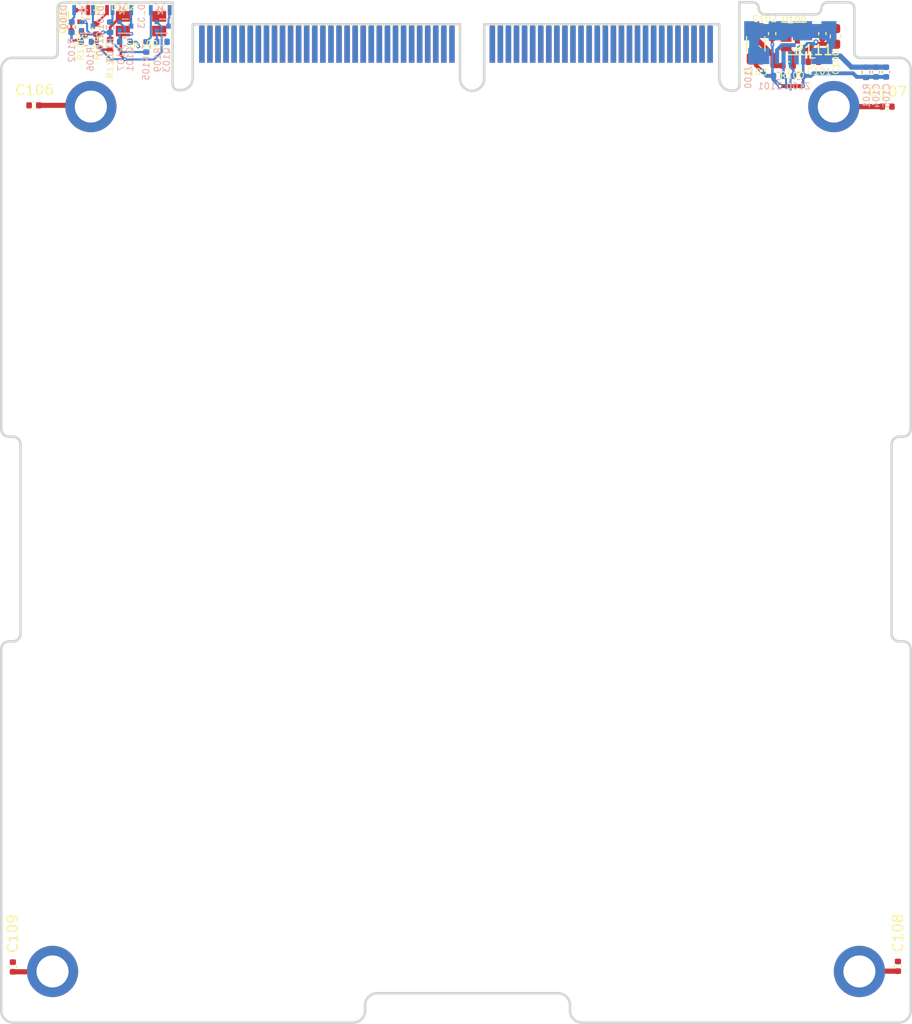
<source format=kicad_pcb>
(kicad_pcb (version 20171130) (host pcbnew "(5.1.10)-1")

  (general
    (thickness 1.6)
    (drawings 68)
    (tracks 220)
    (zones 0)
    (modules 40)
    (nets 138)
  )

  (page B)
  (layers
    (0 F.Cu signal)
    (1 In1.Cu signal hide)
    (2 In2.Cu signal hide)
    (3 In3.Cu signal hide)
    (4 In4.Cu signal hide)
    (31 B.Cu signal)
    (32 B.Adhes user hide)
    (33 F.Adhes user hide)
    (34 B.Paste user hide)
    (35 F.Paste user hide)
    (36 B.SilkS user hide)
    (37 F.SilkS user)
    (38 B.Mask user hide)
    (39 F.Mask user hide)
    (40 Dwgs.User user hide)
    (41 Cmts.User user hide)
    (42 Eco1.User user hide)
    (43 Eco2.User user hide)
    (44 Edge.Cuts user)
    (45 Margin user hide)
    (46 B.CrtYd user hide)
    (47 F.CrtYd user hide)
    (48 B.Fab user hide)
    (49 F.Fab user hide)
  )

  (setup
    (last_trace_width 0.25)
    (user_trace_width 0.2032)
    (user_trace_width 0.254)
    (user_trace_width 0.381)
    (user_trace_width 0.508)
    (trace_clearance 0.1)
    (zone_clearance 0.0508)
    (zone_45_only no)
    (trace_min 0.2)
    (via_size 0.8)
    (via_drill 0.4)
    (via_min_size 0.254)
    (via_min_drill 0.127)
    (user_via 0.381 0.1524)
    (uvia_size 0.3)
    (uvia_drill 0.1)
    (uvias_allowed no)
    (uvia_min_size 0.2)
    (uvia_min_drill 0.1)
    (edge_width 0.05)
    (segment_width 0.2)
    (pcb_text_width 0.3)
    (pcb_text_size 1.5 1.5)
    (mod_edge_width 0.12)
    (mod_text_size 0.635 0.635)
    (mod_text_width 0.090932)
    (pad_size 5.08 5.08)
    (pad_drill 3.175)
    (pad_to_mask_clearance 0)
    (aux_axis_origin 0 0)
    (visible_elements 7FFFFFFF)
    (pcbplotparams
      (layerselection 0x010fc_ffffffff)
      (usegerberextensions false)
      (usegerberattributes true)
      (usegerberadvancedattributes true)
      (creategerberjobfile true)
      (excludeedgelayer true)
      (linewidth 0.100000)
      (plotframeref false)
      (viasonmask false)
      (mode 1)
      (useauxorigin false)
      (hpglpennumber 1)
      (hpglpenspeed 20)
      (hpglpendiameter 15.000000)
      (psnegative false)
      (psa4output false)
      (plotreference true)
      (plotvalue true)
      (plotinvisibletext false)
      (padsonsilk false)
      (subtractmaskfromsilk false)
      (outputformat 1)
      (mirror false)
      (drillshape 1)
      (scaleselection 1)
      (outputdirectory ""))
  )

  (net 0 "")
  (net 1 /CHS)
  (net 2 /GND)
  (net 3 /USB_D+)
  (net 4 /USB_D-)
  (net 5 /SEP4)
  (net 6 /-X_SOLAR_PWR)
  (net 7 /-X_SOLAR_RTN)
  (net 8 /-X_SOLAR_TLE)
  (net 9 /H2-52)
  (net 10 /H1-52)
  (net 11 /H2-50)
  (net 12 /H1-50)
  (net 13 /USER_1)
  (net 14 /H2-46)
  (net 15 /H1-46)
  (net 16 /H2-44)
  (net 17 /H1-44)
  (net 18 /H2-42)
  (net 19 /H1-42)
  (net 20 /H2-40)
  (net 21 /H1-40)
  (net 22 /H2-38)
  (net 23 /H1-38)
  (net 24 /H2-36)
  (net 25 /H1-36)
  (net 26 /H2-34)
  (net 27 /H1-34)
  (net 28 /5V_USB)
  (net 29 /SEP3)
  (net 30 /+Y_SOLAR_PWR)
  (net 31 /+Y_SOLAR_RTN)
  (net 32 /+Y_SOLAR_TLE)
  (net 33 /H2-51)
  (net 34 /H1-51)
  (net 35 /H2-49)
  (net 36 /USER_2)
  (net 37 /SELF_TEST)
  (net 38 /H2-45)
  (net 39 /H1-45)
  (net 40 /H2-43)
  (net 41 /H2-41)
  (net 42 /H2-39)
  (net 43 /H1-39)
  (net 44 /H2-37)
  (net 45 /H1-37)
  (net 46 /H2-35)
  (net 47 /H1-35)
  (net 48 /H2-33)
  (net 49 /H1-33)
  (net 50 /AGND)
  (net 51 /H1-31)
  (net 52 /H1-28)
  (net 53 /H2-26)
  (net 54 /H1-26)
  (net 55 /H2-24)
  (net 56 /H1-24)
  (net 57 /H2-22)
  (net 58 /H2-20)
  (net 59 /H2-18)
  (net 60 /H1-18)
  (net 61 /H2-16)
  (net 62 /H1-16)
  (net 63 /H2-14)
  (net 64 /H1-14)
  (net 65 /H2-12)
  (net 66 /H1-12)
  (net 67 /H2-10)
  (net 68 /H1-10)
  (net 69 /H2-8)
  (net 70 /H1-8)
  (net 71 /H2-6)
  (net 72 /H1-6)
  (net 73 /H2-4)
  (net 74 /H1-4)
  (net 75 /H2-2)
  (net 76 /H1-2)
  (net 77 /+X_SOLAR_PWR)
  (net 78 /+X_SOLAR_RTN)
  (net 79 /+X_SOLAR_TLE)
  (net 80 /H1-27)
  (net 81 /H2-25)
  (net 82 /H1-25)
  (net 83 /H2-23)
  (net 84 /H2-21)
  (net 85 /H2-19)
  (net 86 /H2-17)
  (net 87 /H1-17)
  (net 88 /H2-15)
  (net 89 /RBF)
  (net 90 /H2-13)
  (net 91 /H1-13)
  (net 92 /H2-11)
  (net 93 /H1-11)
  (net 94 /H2-9)
  (net 95 /H1-9)
  (net 96 /H2-7)
  (net 97 /H1-7)
  (net 98 /H2-5)
  (net 99 /H1-5)
  (net 100 /H2-3)
  (net 101 /H1-3)
  (net 102 /H2-1)
  (net 103 /H1-1)
  (net 104 /-Z_SOLAR_PWR)
  (net 105 /-Z_SOLAR_RTN)
  (net 106 /-Z_SOLAR_TLE)
  (net 107 /H1-30)
  (net 108 /SEP1)
  (net 109 /SEP2)
  (net 110 /SW_NO)
  (net 111 /~USB_FLAG)
  (net 112 /ORG_LED)
  (net 113 /~USB_EN)
  (net 114 "Net-(C100-Pad1)")
  (net 115 "Net-(D100-Pad2)")
  (net 116 "Net-(D100-Pad1)")
  (net 117 "Net-(D101-Pad2)")
  (net 118 "Net-(D101-Pad1)")
  (net 119 "Net-(D102-Pad2)")
  (net 120 "Net-(D102-Pad1)")
  (net 121 "Net-(D103-Pad2)")
  (net 122 "Net-(D103-Pad1)")
  (net 123 "Net-(J100-Pad4)")
  (net 124 "Net-(Q100-Pad1)")
  (net 125 "Net-(Q101-Pad1)")
  (net 126 "Net-(Q102-Pad1)")
  (net 127 "Net-(Q103-Pad1)")
  (net 128 /Blank-Card-Default/GND)
  (net 129 /~BUS_RESET)
  (net 130 /URx0)
  (net 131 /SCK0)
  (net 132 /SDO0)
  (net 133 /VCC_sys)
  (net 134 /UTx0)
  (net 135 /SDI0)
  (net 136 /SDA_SYS)
  (net 137 /SCL_SYS)

  (net_class Default "This is the default net class."
    (clearance 0.1)
    (trace_width 0.25)
    (via_dia 0.8)
    (via_drill 0.4)
    (uvia_dia 0.3)
    (uvia_drill 0.1)
    (add_net /+X_SOLAR_PWR)
    (add_net /+X_SOLAR_RTN)
    (add_net /+X_SOLAR_TLE)
    (add_net /+Y_SOLAR_PWR)
    (add_net /+Y_SOLAR_RTN)
    (add_net /+Y_SOLAR_TLE)
    (add_net /-X_SOLAR_PWR)
    (add_net /-X_SOLAR_RTN)
    (add_net /-X_SOLAR_TLE)
    (add_net /-Z_SOLAR_PWR)
    (add_net /-Z_SOLAR_RTN)
    (add_net /-Z_SOLAR_TLE)
    (add_net /5V_USB)
    (add_net /AGND)
    (add_net /Blank-Card-Default/GND)
    (add_net /CHS)
    (add_net /GND)
    (add_net /H1-1)
    (add_net /H1-10)
    (add_net /H1-11)
    (add_net /H1-12)
    (add_net /H1-13)
    (add_net /H1-14)
    (add_net /H1-16)
    (add_net /H1-17)
    (add_net /H1-18)
    (add_net /H1-2)
    (add_net /H1-24)
    (add_net /H1-25)
    (add_net /H1-26)
    (add_net /H1-27)
    (add_net /H1-28)
    (add_net /H1-3)
    (add_net /H1-30)
    (add_net /H1-31)
    (add_net /H1-33)
    (add_net /H1-34)
    (add_net /H1-35)
    (add_net /H1-36)
    (add_net /H1-37)
    (add_net /H1-38)
    (add_net /H1-39)
    (add_net /H1-4)
    (add_net /H1-40)
    (add_net /H1-42)
    (add_net /H1-44)
    (add_net /H1-45)
    (add_net /H1-46)
    (add_net /H1-5)
    (add_net /H1-50)
    (add_net /H1-51)
    (add_net /H1-52)
    (add_net /H1-6)
    (add_net /H1-7)
    (add_net /H1-8)
    (add_net /H1-9)
    (add_net /H2-1)
    (add_net /H2-10)
    (add_net /H2-11)
    (add_net /H2-12)
    (add_net /H2-13)
    (add_net /H2-14)
    (add_net /H2-15)
    (add_net /H2-16)
    (add_net /H2-17)
    (add_net /H2-18)
    (add_net /H2-19)
    (add_net /H2-2)
    (add_net /H2-20)
    (add_net /H2-21)
    (add_net /H2-22)
    (add_net /H2-23)
    (add_net /H2-24)
    (add_net /H2-25)
    (add_net /H2-26)
    (add_net /H2-3)
    (add_net /H2-33)
    (add_net /H2-34)
    (add_net /H2-35)
    (add_net /H2-36)
    (add_net /H2-37)
    (add_net /H2-38)
    (add_net /H2-39)
    (add_net /H2-4)
    (add_net /H2-40)
    (add_net /H2-41)
    (add_net /H2-42)
    (add_net /H2-43)
    (add_net /H2-44)
    (add_net /H2-45)
    (add_net /H2-46)
    (add_net /H2-49)
    (add_net /H2-5)
    (add_net /H2-50)
    (add_net /H2-51)
    (add_net /H2-52)
    (add_net /H2-6)
    (add_net /H2-7)
    (add_net /H2-8)
    (add_net /H2-9)
    (add_net /ORG_LED)
    (add_net /RBF)
    (add_net /SCK0)
    (add_net /SCL_SYS)
    (add_net /SDA_SYS)
    (add_net /SDI0)
    (add_net /SDO0)
    (add_net /SELF_TEST)
    (add_net /SEP1)
    (add_net /SEP2)
    (add_net /SEP3)
    (add_net /SEP4)
    (add_net /SW_NO)
    (add_net /URx0)
    (add_net /USB_D+)
    (add_net /USB_D-)
    (add_net /USER_1)
    (add_net /USER_2)
    (add_net /UTx0)
    (add_net /VCC_sys)
    (add_net /~BUS_RESET)
    (add_net /~USB_EN)
    (add_net /~USB_FLAG)
    (add_net "Net-(C100-Pad1)")
    (add_net "Net-(D100-Pad1)")
    (add_net "Net-(D100-Pad2)")
    (add_net "Net-(D101-Pad1)")
    (add_net "Net-(D101-Pad2)")
    (add_net "Net-(D102-Pad1)")
    (add_net "Net-(D102-Pad2)")
    (add_net "Net-(D103-Pad1)")
    (add_net "Net-(D103-Pad2)")
    (add_net "Net-(J100-Pad4)")
    (add_net "Net-(Q100-Pad1)")
    (add_net "Net-(Q101-Pad1)")
    (add_net "Net-(Q102-Pad1)")
    (add_net "Net-(Q103-Pad1)")
  )

  (module Resistor_SMD:R_0402_1005Metric (layer F.Cu) (tedit 5F68FEEE) (tstamp 618EAC00)
    (at 80.518 -95.25)
    (descr "Resistor SMD 0402 (1005 Metric), square (rectangular) end terminal, IPC_7351 nominal, (Body size source: IPC-SM-782 page 72, https://www.pcb-3d.com/wordpress/wp-content/uploads/ipc-sm-782a_amendment_1_and_2.pdf), generated with kicad-footprint-generator")
    (tags resistor)
    (path /61D3502C/618F80A6)
    (attr smd)
    (fp_text reference R111 (at 0 -1.17) (layer F.SilkS)
      (effects (font (size 1 1) (thickness 0.15)))
    )
    (fp_text value 10k (at 0 1.17) (layer F.Fab)
      (effects (font (size 1 1) (thickness 0.15)))
    )
    (fp_line (start 0.93 0.47) (end -0.93 0.47) (layer F.CrtYd) (width 0.05))
    (fp_line (start 0.93 -0.47) (end 0.93 0.47) (layer F.CrtYd) (width 0.05))
    (fp_line (start -0.93 -0.47) (end 0.93 -0.47) (layer F.CrtYd) (width 0.05))
    (fp_line (start -0.93 0.47) (end -0.93 -0.47) (layer F.CrtYd) (width 0.05))
    (fp_line (start -0.153641 0.38) (end 0.153641 0.38) (layer F.SilkS) (width 0.12))
    (fp_line (start -0.153641 -0.38) (end 0.153641 -0.38) (layer F.SilkS) (width 0.12))
    (fp_line (start 0.525 0.27) (end -0.525 0.27) (layer F.Fab) (width 0.1))
    (fp_line (start 0.525 -0.27) (end 0.525 0.27) (layer F.Fab) (width 0.1))
    (fp_line (start -0.525 -0.27) (end 0.525 -0.27) (layer F.Fab) (width 0.1))
    (fp_line (start -0.525 0.27) (end -0.525 -0.27) (layer F.Fab) (width 0.1))
    (fp_text user %R (at 0 0) (layer F.Fab)
      (effects (font (size 0.26 0.26) (thickness 0.04)))
    )
    (pad 2 smd roundrect (at 0.51 0) (size 0.54 0.64) (layers F.Cu F.Paste F.Mask) (roundrect_rratio 0.25)
      (net 128 /Blank-Card-Default/GND))
    (pad 1 smd roundrect (at -0.51 0) (size 0.54 0.64) (layers F.Cu F.Paste F.Mask) (roundrect_rratio 0.25)
      (net 113 /~USB_EN))
    (model ${KISYS3DMOD}/Resistor_SMD.3dshapes/R_0402_1005Metric.wrl
      (at (xyz 0 0 0))
      (scale (xyz 1 1 1))
      (rotate (xyz 0 0 0))
    )
  )

  (module SLI-Backplane-Blank-Card-KiCad:EVQP7C01P (layer F.Cu) (tedit 618570E0) (tstamp 6186BDAE)
    (at 13.85377 -101.125833)
    (path /61D3502C/620B03E0)
    (fp_text reference SW100 (at 0.11623 4.097833) (layer F.SilkS)
      (effects (font (size 0.635 0.635) (thickness 0.090932)))
    )
    (fp_text value SW_Push_SPST (at 0 2) (layer F.Fab)
      (effects (font (size 1 1) (thickness 0.15)))
    )
    (fp_line (start -2.35 0) (end 2.35 0) (layer Eco1.User) (width 0.254))
    (fp_line (start -2.35 0) (end 2.35 0) (layer F.CrtYd) (width 0.12))
    (fp_line (start 2.35 4.2) (end -2.35 4.2) (layer F.CrtYd) (width 0.12))
    (fp_line (start -2.35 0) (end -2.35 4.2) (layer F.CrtYd) (width 0.12))
    (fp_line (start 2.35 4.2) (end 2.35 0) (layer F.CrtYd) (width 0.12))
    (pad "" smd rect (at 1.8 2.825 180) (size 1.4 1.05) (layers F.Cu F.Paste F.Mask)
      (zone_connect 0))
    (pad "" smd rect (at 1.8 1.375 180) (size 1.4 1.05) (layers F.Cu F.Paste F.Mask)
      (zone_connect 0))
    (pad 2 smd rect (at -1.8 2.825) (size 1.4 1.05) (layers F.Cu F.Paste F.Mask)
      (net 2 /GND) (zone_connect 0))
    (pad 1 smd rect (at -1.8 1.375) (size 1.4 1.05) (layers F.Cu F.Paste F.Mask)
      (net 110 /SW_NO) (zone_connect 0))
    (pad "" np_thru_hole circle (at 0 3) (size 0.7 0.7) (drill 0.7) (layers *.Cu *.Mask)
      (zone_connect 0))
    (pad "" np_thru_hole circle (at 0 1.2) (size 0.7 0.7) (drill 0.7) (layers *.Cu *.Mask)
      (zone_connect 0))
  )

  (module Package_TO_SOT_SMD:SOT-23-5 (layer F.Cu) (tedit 5A02FF57) (tstamp 618706E9)
    (at 78.9178 -97.5614)
    (descr "5-pin SOT23 package")
    (tags SOT-23-5)
    (path /61D3502C/61DEF277)
    (attr smd)
    (fp_text reference U100 (at -0.3048 -1.8796) (layer F.SilkS)
      (effects (font (size 0.635 0.635) (thickness 0.090932)))
    )
    (fp_text value AP2161W (at 0 2.9) (layer F.Fab)
      (effects (font (size 1 1) (thickness 0.15)))
    )
    (fp_line (start -0.9 1.61) (end 0.9 1.61) (layer F.SilkS) (width 0.12))
    (fp_line (start 0.9 -1.61) (end -1.55 -1.61) (layer F.SilkS) (width 0.12))
    (fp_line (start -1.9 -1.8) (end 1.9 -1.8) (layer F.CrtYd) (width 0.05))
    (fp_line (start 1.9 -1.8) (end 1.9 1.8) (layer F.CrtYd) (width 0.05))
    (fp_line (start 1.9 1.8) (end -1.9 1.8) (layer F.CrtYd) (width 0.05))
    (fp_line (start -1.9 1.8) (end -1.9 -1.8) (layer F.CrtYd) (width 0.05))
    (fp_line (start -0.9 -0.9) (end -0.25 -1.55) (layer F.Fab) (width 0.1))
    (fp_line (start 0.9 -1.55) (end -0.25 -1.55) (layer F.Fab) (width 0.1))
    (fp_line (start -0.9 -0.9) (end -0.9 1.55) (layer F.Fab) (width 0.1))
    (fp_line (start 0.9 1.55) (end -0.9 1.55) (layer F.Fab) (width 0.1))
    (fp_line (start 0.9 -1.55) (end 0.9 1.55) (layer F.Fab) (width 0.1))
    (fp_text user %R (at 0 0 90) (layer F.Fab)
      (effects (font (size 0.5 0.5) (thickness 0.075)))
    )
    (pad 5 smd rect (at 1.1 -0.95) (size 1.06 0.65) (layers F.Cu F.Paste F.Mask)
      (net 114 "Net-(C100-Pad1)"))
    (pad 4 smd rect (at 1.1 0.95) (size 1.06 0.65) (layers F.Cu F.Paste F.Mask)
      (net 113 /~USB_EN))
    (pad 3 smd rect (at -1.1 0.95) (size 1.06 0.65) (layers F.Cu F.Paste F.Mask)
      (net 111 /~USB_FLAG))
    (pad 2 smd rect (at -1.1 0) (size 1.06 0.65) (layers F.Cu F.Paste F.Mask)
      (net 128 /Blank-Card-Default/GND))
    (pad 1 smd rect (at -1.1 -0.95) (size 1.06 0.65) (layers F.Cu F.Paste F.Mask)
      (net 28 /5V_USB))
    (model ${KISYS3DMOD}/Package_TO_SOT_SMD.3dshapes/SOT-23-5.wrl
      (at (xyz 0 0 0))
      (scale (xyz 1 1 1))
      (rotate (xyz 0 0 0))
    )
  )

  (module Capacitor_SMD:C_0402_1005Metric (layer B.Cu) (tedit 5F68FEEE) (tstamp 618706B8)
    (at 77.0382 -93.853 180)
    (descr "Capacitor SMD 0402 (1005 Metric), square (rectangular) end terminal, IPC_7351 nominal, (Body size source: IPC-SM-782 page 76, https://www.pcb-3d.com/wordpress/wp-content/uploads/ipc-sm-782a_amendment_1_and_2.pdf), generated with kicad-footprint-generator")
    (tags capacitor)
    (path /61D3502C/61DED8E3)
    (attr smd)
    (fp_text reference Z101 (at 0.8382 -1.016) (layer B.SilkS)
      (effects (font (size 0.635 0.635) (thickness 0.090932)) (justify mirror))
    )
    (fp_text value CG0402MLU-05G (at 0 -1.16) (layer B.Fab)
      (effects (font (size 1 1) (thickness 0.15)) (justify mirror))
    )
    (fp_line (start -0.5 -0.25) (end -0.5 0.25) (layer B.Fab) (width 0.1))
    (fp_line (start -0.5 0.25) (end 0.5 0.25) (layer B.Fab) (width 0.1))
    (fp_line (start 0.5 0.25) (end 0.5 -0.25) (layer B.Fab) (width 0.1))
    (fp_line (start 0.5 -0.25) (end -0.5 -0.25) (layer B.Fab) (width 0.1))
    (fp_line (start -0.107836 0.36) (end 0.107836 0.36) (layer B.SilkS) (width 0.12))
    (fp_line (start -0.107836 -0.36) (end 0.107836 -0.36) (layer B.SilkS) (width 0.12))
    (fp_line (start -0.91 -0.46) (end -0.91 0.46) (layer B.CrtYd) (width 0.05))
    (fp_line (start -0.91 0.46) (end 0.91 0.46) (layer B.CrtYd) (width 0.05))
    (fp_line (start 0.91 0.46) (end 0.91 -0.46) (layer B.CrtYd) (width 0.05))
    (fp_line (start 0.91 -0.46) (end -0.91 -0.46) (layer B.CrtYd) (width 0.05))
    (fp_text user %R (at 0 0) (layer B.Fab)
      (effects (font (size 0.25 0.25) (thickness 0.04)) (justify mirror))
    )
    (pad 2 smd roundrect (at 0.48 0 180) (size 0.56 0.62) (layers B.Cu B.Paste B.Mask) (roundrect_rratio 0.25)
      (net 128 /Blank-Card-Default/GND))
    (pad 1 smd roundrect (at -0.48 0 180) (size 0.56 0.62) (layers B.Cu B.Paste B.Mask) (roundrect_rratio 0.25)
      (net 4 /USB_D-))
    (model ${KISYS3DMOD}/Capacitor_SMD.3dshapes/C_0402_1005Metric.wrl
      (at (xyz 0 0 0))
      (scale (xyz 1 1 1))
      (rotate (xyz 0 0 0))
    )
  )

  (module Capacitor_SMD:C_0402_1005Metric (layer B.Cu) (tedit 5F68FEEE) (tstamp 618706A7)
    (at 79.0194 -93.853)
    (descr "Capacitor SMD 0402 (1005 Metric), square (rectangular) end terminal, IPC_7351 nominal, (Body size source: IPC-SM-782 page 76, https://www.pcb-3d.com/wordpress/wp-content/uploads/ipc-sm-782a_amendment_1_and_2.pdf), generated with kicad-footprint-generator")
    (tags capacitor)
    (path /61D3502C/61DED196)
    (attr smd)
    (fp_text reference Z100 (at 0 1.016) (layer B.SilkS)
      (effects (font (size 0.635 0.635) (thickness 0.090932)) (justify mirror))
    )
    (fp_text value CG0402MLU-05G (at 0 -1.16) (layer B.Fab)
      (effects (font (size 1 1) (thickness 0.15)) (justify mirror))
    )
    (fp_line (start -0.5 -0.25) (end -0.5 0.25) (layer B.Fab) (width 0.1))
    (fp_line (start -0.5 0.25) (end 0.5 0.25) (layer B.Fab) (width 0.1))
    (fp_line (start 0.5 0.25) (end 0.5 -0.25) (layer B.Fab) (width 0.1))
    (fp_line (start 0.5 -0.25) (end -0.5 -0.25) (layer B.Fab) (width 0.1))
    (fp_line (start -0.107836 0.36) (end 0.107836 0.36) (layer B.SilkS) (width 0.12))
    (fp_line (start -0.107836 -0.36) (end 0.107836 -0.36) (layer B.SilkS) (width 0.12))
    (fp_line (start -0.91 -0.46) (end -0.91 0.46) (layer B.CrtYd) (width 0.05))
    (fp_line (start -0.91 0.46) (end 0.91 0.46) (layer B.CrtYd) (width 0.05))
    (fp_line (start 0.91 0.46) (end 0.91 -0.46) (layer B.CrtYd) (width 0.05))
    (fp_line (start 0.91 -0.46) (end -0.91 -0.46) (layer B.CrtYd) (width 0.05))
    (fp_text user %R (at 0 0) (layer B.Fab)
      (effects (font (size 0.25 0.25) (thickness 0.04)) (justify mirror))
    )
    (pad 2 smd roundrect (at 0.48 0) (size 0.56 0.62) (layers B.Cu B.Paste B.Mask) (roundrect_rratio 0.25)
      (net 128 /Blank-Card-Default/GND))
    (pad 1 smd roundrect (at -0.48 0) (size 0.56 0.62) (layers B.Cu B.Paste B.Mask) (roundrect_rratio 0.25)
      (net 3 /USB_D+))
    (model ${KISYS3DMOD}/Capacitor_SMD.3dshapes/C_0402_1005Metric.wrl
      (at (xyz 0 0 0))
      (scale (xyz 1 1 1))
      (rotate (xyz 0 0 0))
    )
  )

  (module Resistor_SMD:R_0402_1005Metric (layer B.Cu) (tedit 5F68FEEE) (tstamp 61870696)
    (at 14.3764 -96.7232 90)
    (descr "Resistor SMD 0402 (1005 Metric), square (rectangular) end terminal, IPC_7351 nominal, (Body size source: IPC-SM-782 page 72, https://www.pcb-3d.com/wordpress/wp-content/uploads/ipc-sm-782a_amendment_1_and_2.pdf), generated with kicad-footprint-generator")
    (tags resistor)
    (path /61D3502C/61E12996)
    (attr smd)
    (fp_text reference R105 (at -2.1082 -0.0254 90) (layer B.SilkS)
      (effects (font (size 0.635 0.635) (thickness 0.090932)) (justify mirror))
    )
    (fp_text value 1.5k (at 0 -1.17 90) (layer B.Fab)
      (effects (font (size 1 1) (thickness 0.15)) (justify mirror))
    )
    (fp_line (start -0.525 -0.27) (end -0.525 0.27) (layer B.Fab) (width 0.1))
    (fp_line (start -0.525 0.27) (end 0.525 0.27) (layer B.Fab) (width 0.1))
    (fp_line (start 0.525 0.27) (end 0.525 -0.27) (layer B.Fab) (width 0.1))
    (fp_line (start 0.525 -0.27) (end -0.525 -0.27) (layer B.Fab) (width 0.1))
    (fp_line (start -0.153641 0.38) (end 0.153641 0.38) (layer B.SilkS) (width 0.12))
    (fp_line (start -0.153641 -0.38) (end 0.153641 -0.38) (layer B.SilkS) (width 0.12))
    (fp_line (start -0.93 -0.47) (end -0.93 0.47) (layer B.CrtYd) (width 0.05))
    (fp_line (start -0.93 0.47) (end 0.93 0.47) (layer B.CrtYd) (width 0.05))
    (fp_line (start 0.93 0.47) (end 0.93 -0.47) (layer B.CrtYd) (width 0.05))
    (fp_line (start 0.93 -0.47) (end -0.93 -0.47) (layer B.CrtYd) (width 0.05))
    (fp_text user %R (at 0 0 90) (layer B.Fab)
      (effects (font (size 0.26 0.26) (thickness 0.04)) (justify mirror))
    )
    (pad 2 smd roundrect (at 0.51 0 90) (size 0.54 0.64) (layers B.Cu B.Paste B.Mask) (roundrect_rratio 0.25)
      (net 121 "Net-(D103-Pad2)"))
    (pad 1 smd roundrect (at -0.51 0 90) (size 0.54 0.64) (layers B.Cu B.Paste B.Mask) (roundrect_rratio 0.25)
      (net 28 /5V_USB))
    (model ${KISYS3DMOD}/Resistor_SMD.3dshapes/R_0402_1005Metric.wrl
      (at (xyz 0 0 0))
      (scale (xyz 1 1 1))
      (rotate (xyz 0 0 0))
    )
  )

  (module Resistor_SMD:R_0402_1005Metric (layer B.Cu) (tedit 5F68FEEE) (tstamp 61870685)
    (at 15.9258 -97.2312)
    (descr "Resistor SMD 0402 (1005 Metric), square (rectangular) end terminal, IPC_7351 nominal, (Body size source: IPC-SM-782 page 72, https://www.pcb-3d.com/wordpress/wp-content/uploads/ipc-sm-782a_amendment_1_and_2.pdf), generated with kicad-footprint-generator")
    (tags resistor)
    (path /61D3502C/61E129B8)
    (attr smd)
    (fp_text reference R109 (at -0.4318 1.7907 90) (layer B.SilkS)
      (effects (font (size 0.635 0.635) (thickness 0.090932)) (justify mirror))
    )
    (fp_text value 1.5k (at 0 -1.17) (layer B.Fab)
      (effects (font (size 1 1) (thickness 0.15)) (justify mirror))
    )
    (fp_line (start -0.525 -0.27) (end -0.525 0.27) (layer B.Fab) (width 0.1))
    (fp_line (start -0.525 0.27) (end 0.525 0.27) (layer B.Fab) (width 0.1))
    (fp_line (start 0.525 0.27) (end 0.525 -0.27) (layer B.Fab) (width 0.1))
    (fp_line (start 0.525 -0.27) (end -0.525 -0.27) (layer B.Fab) (width 0.1))
    (fp_line (start -0.153641 0.38) (end 0.153641 0.38) (layer B.SilkS) (width 0.12))
    (fp_line (start -0.153641 -0.38) (end 0.153641 -0.38) (layer B.SilkS) (width 0.12))
    (fp_line (start -0.93 -0.47) (end -0.93 0.47) (layer B.CrtYd) (width 0.05))
    (fp_line (start -0.93 0.47) (end 0.93 0.47) (layer B.CrtYd) (width 0.05))
    (fp_line (start 0.93 0.47) (end 0.93 -0.47) (layer B.CrtYd) (width 0.05))
    (fp_line (start 0.93 -0.47) (end -0.93 -0.47) (layer B.CrtYd) (width 0.05))
    (fp_text user %R (at 0 0) (layer B.Fab)
      (effects (font (size 0.26 0.26) (thickness 0.04)) (justify mirror))
    )
    (pad 2 smd roundrect (at 0.51 0) (size 0.54 0.64) (layers B.Cu B.Paste B.Mask) (roundrect_rratio 0.25)
      (net 112 /ORG_LED))
    (pad 1 smd roundrect (at -0.51 0) (size 0.54 0.64) (layers B.Cu B.Paste B.Mask) (roundrect_rratio 0.25)
      (net 127 "Net-(Q103-Pad1)"))
    (model ${KISYS3DMOD}/Resistor_SMD.3dshapes/R_0402_1005Metric.wrl
      (at (xyz 0 0 0))
      (scale (xyz 1 1 1))
      (rotate (xyz 0 0 0))
    )
  )

  (module Resistor_SMD:R_0402_1005Metric (layer F.Cu) (tedit 5F68FEEE) (tstamp 61870674)
    (at 78.0034 -94.869)
    (descr "Resistor SMD 0402 (1005 Metric), square (rectangular) end terminal, IPC_7351 nominal, (Body size source: IPC-SM-782 page 72, https://www.pcb-3d.com/wordpress/wp-content/uploads/ipc-sm-782a_amendment_1_and_2.pdf), generated with kicad-footprint-generator")
    (tags resistor)
    (path /61D3502C/61DF17FB)
    (attr smd)
    (fp_text reference R100 (at 0.4191 0.9525 180) (layer F.SilkS)
      (effects (font (size 0.635 0.635) (thickness 0.090932)))
    )
    (fp_text value 10k (at 0 1.17) (layer F.Fab)
      (effects (font (size 1 1) (thickness 0.15)))
    )
    (fp_line (start -0.525 0.27) (end -0.525 -0.27) (layer F.Fab) (width 0.1))
    (fp_line (start -0.525 -0.27) (end 0.525 -0.27) (layer F.Fab) (width 0.1))
    (fp_line (start 0.525 -0.27) (end 0.525 0.27) (layer F.Fab) (width 0.1))
    (fp_line (start 0.525 0.27) (end -0.525 0.27) (layer F.Fab) (width 0.1))
    (fp_line (start -0.153641 -0.38) (end 0.153641 -0.38) (layer F.SilkS) (width 0.12))
    (fp_line (start -0.153641 0.38) (end 0.153641 0.38) (layer F.SilkS) (width 0.12))
    (fp_line (start -0.93 0.47) (end -0.93 -0.47) (layer F.CrtYd) (width 0.05))
    (fp_line (start -0.93 -0.47) (end 0.93 -0.47) (layer F.CrtYd) (width 0.05))
    (fp_line (start 0.93 -0.47) (end 0.93 0.47) (layer F.CrtYd) (width 0.05))
    (fp_line (start 0.93 0.47) (end -0.93 0.47) (layer F.CrtYd) (width 0.05))
    (fp_text user %R (at 0 0) (layer F.Fab)
      (effects (font (size 0.26 0.26) (thickness 0.04)))
    )
    (pad 2 smd roundrect (at 0.51 0) (size 0.54 0.64) (layers F.Cu F.Paste F.Mask) (roundrect_rratio 0.25)
      (net 111 /~USB_FLAG))
    (pad 1 smd roundrect (at -0.51 0) (size 0.54 0.64) (layers F.Cu F.Paste F.Mask) (roundrect_rratio 0.25)
      (net 28 /5V_USB))
    (model ${KISYS3DMOD}/Resistor_SMD.3dshapes/R_0402_1005Metric.wrl
      (at (xyz 0 0 0))
      (scale (xyz 1 1 1))
      (rotate (xyz 0 0 0))
    )
  )

  (module Resistor_SMD:R_0402_1005Metric (layer F.Cu) (tedit 5F68FEEE) (tstamp 61870663)
    (at 9.4234 -98.5012 90)
    (descr "Resistor SMD 0402 (1005 Metric), square (rectangular) end terminal, IPC_7351 nominal, (Body size source: IPC-SM-782 page 72, https://www.pcb-3d.com/wordpress/wp-content/uploads/ipc-sm-782a_amendment_1_and_2.pdf), generated with kicad-footprint-generator")
    (tags resistor)
    (path /61D3502C/61E0DC62)
    (attr smd)
    (fp_text reference R104 (at -1.9177 0.0381 90) (layer F.SilkS)
      (effects (font (size 0.635 0.635) (thickness 0.090932)))
    )
    (fp_text value 1.5k (at 0 1.17 90) (layer F.Fab)
      (effects (font (size 1 1) (thickness 0.15)))
    )
    (fp_line (start -0.525 0.27) (end -0.525 -0.27) (layer F.Fab) (width 0.1))
    (fp_line (start -0.525 -0.27) (end 0.525 -0.27) (layer F.Fab) (width 0.1))
    (fp_line (start 0.525 -0.27) (end 0.525 0.27) (layer F.Fab) (width 0.1))
    (fp_line (start 0.525 0.27) (end -0.525 0.27) (layer F.Fab) (width 0.1))
    (fp_line (start -0.153641 -0.38) (end 0.153641 -0.38) (layer F.SilkS) (width 0.12))
    (fp_line (start -0.153641 0.38) (end 0.153641 0.38) (layer F.SilkS) (width 0.12))
    (fp_line (start -0.93 0.47) (end -0.93 -0.47) (layer F.CrtYd) (width 0.05))
    (fp_line (start -0.93 -0.47) (end 0.93 -0.47) (layer F.CrtYd) (width 0.05))
    (fp_line (start 0.93 -0.47) (end 0.93 0.47) (layer F.CrtYd) (width 0.05))
    (fp_line (start 0.93 0.47) (end -0.93 0.47) (layer F.CrtYd) (width 0.05))
    (fp_text user %R (at 0 0 90) (layer F.Fab)
      (effects (font (size 0.26 0.26) (thickness 0.04)))
    )
    (pad 2 smd roundrect (at 0.51 0 90) (size 0.54 0.64) (layers F.Cu F.Paste F.Mask) (roundrect_rratio 0.25)
      (net 119 "Net-(D102-Pad2)"))
    (pad 1 smd roundrect (at -0.51 0 90) (size 0.54 0.64) (layers F.Cu F.Paste F.Mask) (roundrect_rratio 0.25)
      (net 28 /5V_USB))
    (model ${KISYS3DMOD}/Resistor_SMD.3dshapes/R_0402_1005Metric.wrl
      (at (xyz 0 0 0))
      (scale (xyz 1 1 1))
      (rotate (xyz 0 0 0))
    )
  )

  (module Resistor_SMD:R_0402_1005Metric (layer F.Cu) (tedit 5F68FEEE) (tstamp 61870652)
    (at 7.4422 -98.2726)
    (descr "Resistor SMD 0402 (1005 Metric), square (rectangular) end terminal, IPC_7351 nominal, (Body size source: IPC-SM-782 page 72, https://www.pcb-3d.com/wordpress/wp-content/uploads/ipc-sm-782a_amendment_1_and_2.pdf), generated with kicad-footprint-generator")
    (tags resistor)
    (path /61D3502C/61E0DC84)
    (attr smd)
    (fp_text reference R108 (at 0.4318 1.6891 90) (layer F.SilkS)
      (effects (font (size 0.635 0.635) (thickness 0.090932)))
    )
    (fp_text value 1.5k (at 0 1.17) (layer F.Fab)
      (effects (font (size 1 1) (thickness 0.15)))
    )
    (fp_line (start -0.525 0.27) (end -0.525 -0.27) (layer F.Fab) (width 0.1))
    (fp_line (start -0.525 -0.27) (end 0.525 -0.27) (layer F.Fab) (width 0.1))
    (fp_line (start 0.525 -0.27) (end 0.525 0.27) (layer F.Fab) (width 0.1))
    (fp_line (start 0.525 0.27) (end -0.525 0.27) (layer F.Fab) (width 0.1))
    (fp_line (start -0.153641 -0.38) (end 0.153641 -0.38) (layer F.SilkS) (width 0.12))
    (fp_line (start -0.153641 0.38) (end 0.153641 0.38) (layer F.SilkS) (width 0.12))
    (fp_line (start -0.93 0.47) (end -0.93 -0.47) (layer F.CrtYd) (width 0.05))
    (fp_line (start -0.93 -0.47) (end 0.93 -0.47) (layer F.CrtYd) (width 0.05))
    (fp_line (start 0.93 -0.47) (end 0.93 0.47) (layer F.CrtYd) (width 0.05))
    (fp_line (start 0.93 0.47) (end -0.93 0.47) (layer F.CrtYd) (width 0.05))
    (fp_text user %R (at 0 0) (layer F.Fab)
      (effects (font (size 0.26 0.26) (thickness 0.04)))
    )
    (pad 2 smd roundrect (at 0.51 0) (size 0.54 0.64) (layers F.Cu F.Paste F.Mask) (roundrect_rratio 0.25)
      (net 28 /5V_USB))
    (pad 1 smd roundrect (at -0.51 0) (size 0.54 0.64) (layers F.Cu F.Paste F.Mask) (roundrect_rratio 0.25)
      (net 126 "Net-(Q102-Pad1)"))
    (model ${KISYS3DMOD}/Resistor_SMD.3dshapes/R_0402_1005Metric.wrl
      (at (xyz 0 0 0))
      (scale (xyz 1 1 1))
      (rotate (xyz 0 0 0))
    )
  )

  (module Resistor_SMD:R_0402_1005Metric (layer B.Cu) (tedit 5F68FEEE) (tstamp 61870641)
    (at 10.795 -98.679 90)
    (descr "Resistor SMD 0402 (1005 Metric), square (rectangular) end terminal, IPC_7351 nominal, (Body size source: IPC-SM-782 page 72, https://www.pcb-3d.com/wordpress/wp-content/uploads/ipc-sm-782a_amendment_1_and_2.pdf), generated with kicad-footprint-generator")
    (tags resistor)
    (path /61D3502C/61E053C1)
    (attr smd)
    (fp_text reference R103 (at -2.286 0 90) (layer B.SilkS)
      (effects (font (size 0.635 0.635) (thickness 0.090932)) (justify mirror))
    )
    (fp_text value 1.5k (at 0 -1.17 90) (layer B.Fab)
      (effects (font (size 1 1) (thickness 0.15)) (justify mirror))
    )
    (fp_line (start -0.525 -0.27) (end -0.525 0.27) (layer B.Fab) (width 0.1))
    (fp_line (start -0.525 0.27) (end 0.525 0.27) (layer B.Fab) (width 0.1))
    (fp_line (start 0.525 0.27) (end 0.525 -0.27) (layer B.Fab) (width 0.1))
    (fp_line (start 0.525 -0.27) (end -0.525 -0.27) (layer B.Fab) (width 0.1))
    (fp_line (start -0.153641 0.38) (end 0.153641 0.38) (layer B.SilkS) (width 0.12))
    (fp_line (start -0.153641 -0.38) (end 0.153641 -0.38) (layer B.SilkS) (width 0.12))
    (fp_line (start -0.93 -0.47) (end -0.93 0.47) (layer B.CrtYd) (width 0.05))
    (fp_line (start -0.93 0.47) (end 0.93 0.47) (layer B.CrtYd) (width 0.05))
    (fp_line (start 0.93 0.47) (end 0.93 -0.47) (layer B.CrtYd) (width 0.05))
    (fp_line (start 0.93 -0.47) (end -0.93 -0.47) (layer B.CrtYd) (width 0.05))
    (fp_text user %R (at 0 0 90) (layer B.Fab)
      (effects (font (size 0.26 0.26) (thickness 0.04)) (justify mirror))
    )
    (pad 2 smd roundrect (at 0.51 0 90) (size 0.54 0.64) (layers B.Cu B.Paste B.Mask) (roundrect_rratio 0.25)
      (net 117 "Net-(D101-Pad2)"))
    (pad 1 smd roundrect (at -0.51 0 90) (size 0.54 0.64) (layers B.Cu B.Paste B.Mask) (roundrect_rratio 0.25)
      (net 28 /5V_USB))
    (model ${KISYS3DMOD}/Resistor_SMD.3dshapes/R_0402_1005Metric.wrl
      (at (xyz 0 0 0))
      (scale (xyz 1 1 1))
      (rotate (xyz 0 0 0))
    )
  )

  (module Resistor_SMD:R_0402_1005Metric (layer B.Cu) (tedit 5F68FEEE) (tstamp 61870630)
    (at 12.2428 -97.2312)
    (descr "Resistor SMD 0402 (1005 Metric), square (rectangular) end terminal, IPC_7351 nominal, (Body size source: IPC-SM-782 page 72, https://www.pcb-3d.com/wordpress/wp-content/uploads/ipc-sm-782a_amendment_1_and_2.pdf), generated with kicad-footprint-generator")
    (tags resistor)
    (path /61D3502C/61E053E3)
    (attr smd)
    (fp_text reference R107 (at -0.3683 1.6637 90) (layer B.SilkS)
      (effects (font (size 0.635 0.635) (thickness 0.090932)) (justify mirror))
    )
    (fp_text value 1.5k (at 0 -1.17) (layer B.Fab)
      (effects (font (size 1 1) (thickness 0.15)) (justify mirror))
    )
    (fp_line (start -0.525 -0.27) (end -0.525 0.27) (layer B.Fab) (width 0.1))
    (fp_line (start -0.525 0.27) (end 0.525 0.27) (layer B.Fab) (width 0.1))
    (fp_line (start 0.525 0.27) (end 0.525 -0.27) (layer B.Fab) (width 0.1))
    (fp_line (start 0.525 -0.27) (end -0.525 -0.27) (layer B.Fab) (width 0.1))
    (fp_line (start -0.153641 0.38) (end 0.153641 0.38) (layer B.SilkS) (width 0.12))
    (fp_line (start -0.153641 -0.38) (end 0.153641 -0.38) (layer B.SilkS) (width 0.12))
    (fp_line (start -0.93 -0.47) (end -0.93 0.47) (layer B.CrtYd) (width 0.05))
    (fp_line (start -0.93 0.47) (end 0.93 0.47) (layer B.CrtYd) (width 0.05))
    (fp_line (start 0.93 0.47) (end 0.93 -0.47) (layer B.CrtYd) (width 0.05))
    (fp_line (start 0.93 -0.47) (end -0.93 -0.47) (layer B.CrtYd) (width 0.05))
    (fp_text user %R (at 0 0) (layer B.Fab)
      (effects (font (size 0.26 0.26) (thickness 0.04)) (justify mirror))
    )
    (pad 2 smd roundrect (at 0.51 0) (size 0.54 0.64) (layers B.Cu B.Paste B.Mask) (roundrect_rratio 0.25)
      (net 4 /USB_D-))
    (pad 1 smd roundrect (at -0.51 0) (size 0.54 0.64) (layers B.Cu B.Paste B.Mask) (roundrect_rratio 0.25)
      (net 125 "Net-(Q101-Pad1)"))
    (model ${KISYS3DMOD}/Resistor_SMD.3dshapes/R_0402_1005Metric.wrl
      (at (xyz 0 0 0))
      (scale (xyz 1 1 1))
      (rotate (xyz 0 0 0))
    )
  )

  (module Resistor_SMD:R_0402_1005Metric (layer B.Cu) (tedit 5F68FEEE) (tstamp 6187061F)
    (at 6.9596 -98.679 90)
    (descr "Resistor SMD 0402 (1005 Metric), square (rectangular) end terminal, IPC_7351 nominal, (Body size source: IPC-SM-782 page 72, https://www.pcb-3d.com/wordpress/wp-content/uploads/ipc-sm-782a_amendment_1_and_2.pdf), generated with kicad-footprint-generator")
    (tags resistor)
    (path /61D3502C/61DFDB16)
    (attr smd)
    (fp_text reference R102 (at -2.286 0.0254 90) (layer B.SilkS)
      (effects (font (size 0.635 0.635) (thickness 0.090932)) (justify mirror))
    )
    (fp_text value 1.5k (at 0 -1.17 90) (layer B.Fab)
      (effects (font (size 1 1) (thickness 0.15)) (justify mirror))
    )
    (fp_line (start -0.525 -0.27) (end -0.525 0.27) (layer B.Fab) (width 0.1))
    (fp_line (start -0.525 0.27) (end 0.525 0.27) (layer B.Fab) (width 0.1))
    (fp_line (start 0.525 0.27) (end 0.525 -0.27) (layer B.Fab) (width 0.1))
    (fp_line (start 0.525 -0.27) (end -0.525 -0.27) (layer B.Fab) (width 0.1))
    (fp_line (start -0.153641 0.38) (end 0.153641 0.38) (layer B.SilkS) (width 0.12))
    (fp_line (start -0.153641 -0.38) (end 0.153641 -0.38) (layer B.SilkS) (width 0.12))
    (fp_line (start -0.93 -0.47) (end -0.93 0.47) (layer B.CrtYd) (width 0.05))
    (fp_line (start -0.93 0.47) (end 0.93 0.47) (layer B.CrtYd) (width 0.05))
    (fp_line (start 0.93 0.47) (end 0.93 -0.47) (layer B.CrtYd) (width 0.05))
    (fp_line (start 0.93 -0.47) (end -0.93 -0.47) (layer B.CrtYd) (width 0.05))
    (fp_text user %R (at 0 0 90) (layer B.Fab)
      (effects (font (size 0.26 0.26) (thickness 0.04)) (justify mirror))
    )
    (pad 2 smd roundrect (at 0.51 0 90) (size 0.54 0.64) (layers B.Cu B.Paste B.Mask) (roundrect_rratio 0.25)
      (net 115 "Net-(D100-Pad2)"))
    (pad 1 smd roundrect (at -0.51 0 90) (size 0.54 0.64) (layers B.Cu B.Paste B.Mask) (roundrect_rratio 0.25)
      (net 28 /5V_USB))
    (model ${KISYS3DMOD}/Resistor_SMD.3dshapes/R_0402_1005Metric.wrl
      (at (xyz 0 0 0))
      (scale (xyz 1 1 1))
      (rotate (xyz 0 0 0))
    )
  )

  (module Resistor_SMD:R_0402_1005Metric (layer F.Cu) (tedit 5F68FEEE) (tstamp 6187060E)
    (at 10.795 -96.9645 90)
    (descr "Resistor SMD 0402 (1005 Metric), square (rectangular) end terminal, IPC_7351 nominal, (Body size source: IPC-SM-782 page 72, https://www.pcb-3d.com/wordpress/wp-content/uploads/ipc-sm-782a_amendment_1_and_2.pdf), generated with kicad-footprint-generator")
    (tags resistor)
    (path /61D3502C/61F1E119)
    (attr smd)
    (fp_text reference R110 (at -2.159 0 90) (layer F.SilkS)
      (effects (font (size 0.635 0.635) (thickness 0.090932)))
    )
    (fp_text value 10k (at 0 1.17 90) (layer F.Fab)
      (effects (font (size 1 1) (thickness 0.15)))
    )
    (fp_line (start -0.525 0.27) (end -0.525 -0.27) (layer F.Fab) (width 0.1))
    (fp_line (start -0.525 -0.27) (end 0.525 -0.27) (layer F.Fab) (width 0.1))
    (fp_line (start 0.525 -0.27) (end 0.525 0.27) (layer F.Fab) (width 0.1))
    (fp_line (start 0.525 0.27) (end -0.525 0.27) (layer F.Fab) (width 0.1))
    (fp_line (start -0.153641 -0.38) (end 0.153641 -0.38) (layer F.SilkS) (width 0.12))
    (fp_line (start -0.153641 0.38) (end 0.153641 0.38) (layer F.SilkS) (width 0.12))
    (fp_line (start -0.93 0.47) (end -0.93 -0.47) (layer F.CrtYd) (width 0.05))
    (fp_line (start -0.93 -0.47) (end 0.93 -0.47) (layer F.CrtYd) (width 0.05))
    (fp_line (start 0.93 -0.47) (end 0.93 0.47) (layer F.CrtYd) (width 0.05))
    (fp_line (start 0.93 0.47) (end -0.93 0.47) (layer F.CrtYd) (width 0.05))
    (fp_text user %R (at 0 0 90) (layer F.Fab)
      (effects (font (size 0.26 0.26) (thickness 0.04)))
    )
    (pad 2 smd roundrect (at 0.51 0 90) (size 0.54 0.64) (layers F.Cu F.Paste F.Mask) (roundrect_rratio 0.25)
      (net 110 /SW_NO))
    (pad 1 smd roundrect (at -0.51 0 90) (size 0.54 0.64) (layers F.Cu F.Paste F.Mask) (roundrect_rratio 0.25)
      (net 28 /5V_USB))
    (model ${KISYS3DMOD}/Resistor_SMD.3dshapes/R_0402_1005Metric.wrl
      (at (xyz 0 0 0))
      (scale (xyz 1 1 1))
      (rotate (xyz 0 0 0))
    )
  )

  (module Resistor_SMD:R_0402_1005Metric (layer B.Cu) (tedit 5F68FEEE) (tstamp 618705FD)
    (at 85.7377 -94.2086 270)
    (descr "Resistor SMD 0402 (1005 Metric), square (rectangular) end terminal, IPC_7351 nominal, (Body size source: IPC-SM-782 page 72, https://www.pcb-3d.com/wordpress/wp-content/uploads/ipc-sm-782a_amendment_1_and_2.pdf), generated with kicad-footprint-generator")
    (tags resistor)
    (path /61D3502C/61DE9CDF)
    (attr smd)
    (fp_text reference R101 (at 2.3241 -0.0508 90) (layer B.SilkS)
      (effects (font (size 0.635 0.635) (thickness 0.090932)) (justify mirror))
    )
    (fp_text value 1Meg (at 0 -1.17 90) (layer B.Fab)
      (effects (font (size 1 1) (thickness 0.15)) (justify mirror))
    )
    (fp_line (start -0.525 -0.27) (end -0.525 0.27) (layer B.Fab) (width 0.1))
    (fp_line (start -0.525 0.27) (end 0.525 0.27) (layer B.Fab) (width 0.1))
    (fp_line (start 0.525 0.27) (end 0.525 -0.27) (layer B.Fab) (width 0.1))
    (fp_line (start 0.525 -0.27) (end -0.525 -0.27) (layer B.Fab) (width 0.1))
    (fp_line (start -0.153641 0.38) (end 0.153641 0.38) (layer B.SilkS) (width 0.12))
    (fp_line (start -0.153641 -0.38) (end 0.153641 -0.38) (layer B.SilkS) (width 0.12))
    (fp_line (start -0.93 -0.47) (end -0.93 0.47) (layer B.CrtYd) (width 0.05))
    (fp_line (start -0.93 0.47) (end 0.93 0.47) (layer B.CrtYd) (width 0.05))
    (fp_line (start 0.93 0.47) (end 0.93 -0.47) (layer B.CrtYd) (width 0.05))
    (fp_line (start 0.93 -0.47) (end -0.93 -0.47) (layer B.CrtYd) (width 0.05))
    (fp_text user %R (at 0 0 90) (layer B.Fab)
      (effects (font (size 0.26 0.26) (thickness 0.04)) (justify mirror))
    )
    (pad 2 smd roundrect (at 0.51 0 270) (size 0.54 0.64) (layers B.Cu B.Paste B.Mask) (roundrect_rratio 0.25)
      (net 128 /Blank-Card-Default/GND))
    (pad 1 smd roundrect (at -0.51 0 270) (size 0.54 0.64) (layers B.Cu B.Paste B.Mask) (roundrect_rratio 0.25)
      (net 1 /CHS))
    (model ${KISYS3DMOD}/Resistor_SMD.3dshapes/R_0402_1005Metric.wrl
      (at (xyz 0 0 0))
      (scale (xyz 1 1 1))
      (rotate (xyz 0 0 0))
    )
  )

  (module Resistor_SMD:R_0402_1005Metric (layer B.Cu) (tedit 5F68FEEE) (tstamp 618705EC)
    (at 8.4328 -97.2312)
    (descr "Resistor SMD 0402 (1005 Metric), square (rectangular) end terminal, IPC_7351 nominal, (Body size source: IPC-SM-782 page 72, https://www.pcb-3d.com/wordpress/wp-content/uploads/ipc-sm-782a_amendment_1_and_2.pdf), generated with kicad-footprint-generator")
    (tags resistor)
    (path /61D3502C/61E03A36)
    (attr smd)
    (fp_text reference R106 (at 0.3937 1.7272 90) (layer B.SilkS)
      (effects (font (size 0.635 0.635) (thickness 0.090932)) (justify mirror))
    )
    (fp_text value 1.5k (at 0 -1.17) (layer B.Fab)
      (effects (font (size 1 1) (thickness 0.15)) (justify mirror))
    )
    (fp_line (start -0.525 -0.27) (end -0.525 0.27) (layer B.Fab) (width 0.1))
    (fp_line (start -0.525 0.27) (end 0.525 0.27) (layer B.Fab) (width 0.1))
    (fp_line (start 0.525 0.27) (end 0.525 -0.27) (layer B.Fab) (width 0.1))
    (fp_line (start 0.525 -0.27) (end -0.525 -0.27) (layer B.Fab) (width 0.1))
    (fp_line (start -0.153641 0.38) (end 0.153641 0.38) (layer B.SilkS) (width 0.12))
    (fp_line (start -0.153641 -0.38) (end 0.153641 -0.38) (layer B.SilkS) (width 0.12))
    (fp_line (start -0.93 -0.47) (end -0.93 0.47) (layer B.CrtYd) (width 0.05))
    (fp_line (start -0.93 0.47) (end 0.93 0.47) (layer B.CrtYd) (width 0.05))
    (fp_line (start 0.93 0.47) (end 0.93 -0.47) (layer B.CrtYd) (width 0.05))
    (fp_line (start 0.93 -0.47) (end -0.93 -0.47) (layer B.CrtYd) (width 0.05))
    (fp_text user %R (at 0 0) (layer B.Fab)
      (effects (font (size 0.26 0.26) (thickness 0.04)) (justify mirror))
    )
    (pad 2 smd roundrect (at 0.51 0) (size 0.54 0.64) (layers B.Cu B.Paste B.Mask) (roundrect_rratio 0.25)
      (net 3 /USB_D+))
    (pad 1 smd roundrect (at -0.51 0) (size 0.54 0.64) (layers B.Cu B.Paste B.Mask) (roundrect_rratio 0.25)
      (net 124 "Net-(Q100-Pad1)"))
    (model ${KISYS3DMOD}/Resistor_SMD.3dshapes/R_0402_1005Metric.wrl
      (at (xyz 0 0 0))
      (scale (xyz 1 1 1))
      (rotate (xyz 0 0 0))
    )
  )

  (module Package_TO_SOT_SMD:SOT-723 (layer B.Cu) (tedit 5A29D5F9) (tstamp 618705B9)
    (at 16.002 -98.7806)
    (descr http://toshiba.semicon-storage.com/info/docget.jsp?did=5879&prodName=RN1104MFV)
    (tags "sot 723")
    (path /61D3502C/61E1F560)
    (attr smd)
    (fp_text reference Q103 (at 0.381 3.3401 90) (layer B.SilkS)
      (effects (font (size 0.635 0.635) (thickness 0.090932)) (justify mirror))
    )
    (fp_text value BC847BM3T5G (at 0 -1.75) (layer B.Fab)
      (effects (font (size 1 1) (thickness 0.15)) (justify mirror))
    )
    (fp_line (start 0.4 0.6) (end 0.4 -0.6) (layer B.Fab) (width 0.1))
    (fp_line (start 0.4 -0.6) (end -0.4 -0.6) (layer B.Fab) (width 0.1))
    (fp_line (start -0.4 -0.6) (end -0.4 0.3) (layer B.Fab) (width 0.1))
    (fp_line (start -0.4 0.3) (end -0.1 0.6) (layer B.Fab) (width 0.1))
    (fp_line (start -0.1 0.6) (end 0.4 0.6) (layer B.Fab) (width 0.1))
    (fp_line (start 0.5 0.7) (end -0.7 0.7) (layer B.SilkS) (width 0.12))
    (fp_line (start -0.7 0.7) (end -0.7 0.7) (layer B.SilkS) (width 0.12))
    (fp_line (start 0.3 -0.7) (end -0.3 -0.7) (layer B.SilkS) (width 0.12))
    (fp_line (start -0.9 0.9) (end 0.9 0.9) (layer B.CrtYd) (width 0.05))
    (fp_line (start 0.9 0.9) (end 0.9 -0.9) (layer B.CrtYd) (width 0.05))
    (fp_line (start 0.9 -0.9) (end -0.9 -0.9) (layer B.CrtYd) (width 0.05))
    (fp_line (start -0.9 -0.9) (end -0.9 0.9) (layer B.CrtYd) (width 0.05))
    (fp_line (start -0.9 0.9) (end -0.9 0.9) (layer B.CrtYd) (width 0.05))
    (fp_text user %R (at 0 0 270) (layer B.Fab)
      (effects (font (size 0.2 0.2) (thickness 0.03)) (justify mirror))
    )
    (pad 3 smd rect (at 0.575 0) (size 0.45 0.5) (layers B.Cu B.Paste B.Mask)
      (net 122 "Net-(D103-Pad1)"))
    (pad 2 smd rect (at -0.575 -0.4) (size 0.45 0.4) (layers B.Cu B.Paste B.Mask)
      (net 128 /Blank-Card-Default/GND))
    (pad 1 smd rect (at -0.575 0.4) (size 0.45 0.4) (layers B.Cu B.Paste B.Mask)
      (net 127 "Net-(Q103-Pad1)"))
    (model ${KISYS3DMOD}/Package_TO_SOT_SMD.3dshapes/SOT-723.wrl
      (at (xyz 0 0 0))
      (scale (xyz 1 1 1))
      (rotate (xyz 0 0 0))
    )
  )

  (module Package_TO_SOT_SMD:SOT-723 (layer F.Cu) (tedit 5A29D5F9) (tstamp 618705A4)
    (at 7.3406 -99.7966 90)
    (descr http://toshiba.semicon-storage.com/info/docget.jsp?did=5879&prodName=RN1104MFV)
    (tags "sot 723")
    (path /61D3502C/61E1DC0B)
    (attr smd)
    (fp_text reference Q102 (at -0.5461 -1.2446 90) (layer F.SilkS)
      (effects (font (size 0.635 0.635) (thickness 0.090932)))
    )
    (fp_text value BC847BM3T5G (at 0 1.75 90) (layer F.Fab)
      (effects (font (size 1 1) (thickness 0.15)))
    )
    (fp_line (start 0.4 -0.6) (end 0.4 0.6) (layer F.Fab) (width 0.1))
    (fp_line (start 0.4 0.6) (end -0.4 0.6) (layer F.Fab) (width 0.1))
    (fp_line (start -0.4 0.6) (end -0.4 -0.3) (layer F.Fab) (width 0.1))
    (fp_line (start -0.4 -0.3) (end -0.1 -0.6) (layer F.Fab) (width 0.1))
    (fp_line (start -0.1 -0.6) (end 0.4 -0.6) (layer F.Fab) (width 0.1))
    (fp_line (start 0.5 -0.7) (end -0.7 -0.7) (layer F.SilkS) (width 0.12))
    (fp_line (start -0.7 -0.7) (end -0.7 -0.7) (layer F.SilkS) (width 0.12))
    (fp_line (start 0.3 0.7) (end -0.3 0.7) (layer F.SilkS) (width 0.12))
    (fp_line (start -0.9 -0.9) (end 0.9 -0.9) (layer F.CrtYd) (width 0.05))
    (fp_line (start 0.9 -0.9) (end 0.9 0.9) (layer F.CrtYd) (width 0.05))
    (fp_line (start 0.9 0.9) (end -0.9 0.9) (layer F.CrtYd) (width 0.05))
    (fp_line (start -0.9 0.9) (end -0.9 -0.9) (layer F.CrtYd) (width 0.05))
    (fp_line (start -0.9 -0.9) (end -0.9 -0.9) (layer F.CrtYd) (width 0.05))
    (fp_text user %R (at 0 0) (layer F.Fab)
      (effects (font (size 0.2 0.2) (thickness 0.03)))
    )
    (pad 3 smd rect (at 0.575 0 90) (size 0.45 0.5) (layers F.Cu F.Paste F.Mask)
      (net 120 "Net-(D102-Pad1)"))
    (pad 2 smd rect (at -0.575 0.4 90) (size 0.45 0.4) (layers F.Cu F.Paste F.Mask)
      (net 128 /Blank-Card-Default/GND))
    (pad 1 smd rect (at -0.575 -0.4 90) (size 0.45 0.4) (layers F.Cu F.Paste F.Mask)
      (net 126 "Net-(Q102-Pad1)"))
    (model ${KISYS3DMOD}/Package_TO_SOT_SMD.3dshapes/SOT-723.wrl
      (at (xyz 0 0 0))
      (scale (xyz 1 1 1))
      (rotate (xyz 0 0 0))
    )
  )

  (module Package_TO_SOT_SMD:SOT-723 (layer B.Cu) (tedit 5A29D5F9) (tstamp 6187058F)
    (at 12.2936 -98.7806)
    (descr http://toshiba.semicon-storage.com/info/docget.jsp?did=5879&prodName=RN1104MFV)
    (tags "sot 723")
    (path /61D3502C/61E1C573)
    (attr smd)
    (fp_text reference Q101 (at 0.4699 3.2766 270) (layer B.SilkS)
      (effects (font (size 0.635 0.635) (thickness 0.090932)) (justify mirror))
    )
    (fp_text value BC847BM3T5G (at 0 -1.75) (layer B.Fab)
      (effects (font (size 1 1) (thickness 0.15)) (justify mirror))
    )
    (fp_line (start 0.4 0.6) (end 0.4 -0.6) (layer B.Fab) (width 0.1))
    (fp_line (start 0.4 -0.6) (end -0.4 -0.6) (layer B.Fab) (width 0.1))
    (fp_line (start -0.4 -0.6) (end -0.4 0.3) (layer B.Fab) (width 0.1))
    (fp_line (start -0.4 0.3) (end -0.1 0.6) (layer B.Fab) (width 0.1))
    (fp_line (start -0.1 0.6) (end 0.4 0.6) (layer B.Fab) (width 0.1))
    (fp_line (start 0.5 0.7) (end -0.7 0.7) (layer B.SilkS) (width 0.12))
    (fp_line (start -0.7 0.7) (end -0.7 0.7) (layer B.SilkS) (width 0.12))
    (fp_line (start 0.3 -0.7) (end -0.3 -0.7) (layer B.SilkS) (width 0.12))
    (fp_line (start -0.9 0.9) (end 0.9 0.9) (layer B.CrtYd) (width 0.05))
    (fp_line (start 0.9 0.9) (end 0.9 -0.9) (layer B.CrtYd) (width 0.05))
    (fp_line (start 0.9 -0.9) (end -0.9 -0.9) (layer B.CrtYd) (width 0.05))
    (fp_line (start -0.9 -0.9) (end -0.9 0.9) (layer B.CrtYd) (width 0.05))
    (fp_line (start -0.9 0.9) (end -0.9 0.9) (layer B.CrtYd) (width 0.05))
    (fp_text user %R (at 0 0 270) (layer B.Fab)
      (effects (font (size 0.2 0.2) (thickness 0.03)) (justify mirror))
    )
    (pad 3 smd rect (at 0.575 0) (size 0.45 0.5) (layers B.Cu B.Paste B.Mask)
      (net 118 "Net-(D101-Pad1)"))
    (pad 2 smd rect (at -0.575 -0.4) (size 0.45 0.4) (layers B.Cu B.Paste B.Mask)
      (net 128 /Blank-Card-Default/GND))
    (pad 1 smd rect (at -0.575 0.4) (size 0.45 0.4) (layers B.Cu B.Paste B.Mask)
      (net 125 "Net-(Q101-Pad1)"))
    (model ${KISYS3DMOD}/Package_TO_SOT_SMD.3dshapes/SOT-723.wrl
      (at (xyz 0 0 0))
      (scale (xyz 1 1 1))
      (rotate (xyz 0 0 0))
    )
  )

  (module Package_TO_SOT_SMD:SOT-723 (layer B.Cu) (tedit 5A29D5F9) (tstamp 6187057A)
    (at 8.509 -98.7806)
    (descr http://toshiba.semicon-storage.com/info/docget.jsp?did=5879&prodName=RN1104MFV)
    (tags "sot 723")
    (path /61D3502C/61DFECC7)
    (attr smd)
    (fp_text reference Q100 (at 1.27 1.7526 90) (layer B.SilkS)
      (effects (font (size 0.635 0.635) (thickness 0.090932)) (justify mirror))
    )
    (fp_text value BC847BM3T5G (at 0 -1.75) (layer B.Fab)
      (effects (font (size 1 1) (thickness 0.15)) (justify mirror))
    )
    (fp_line (start 0.4 0.6) (end 0.4 -0.6) (layer B.Fab) (width 0.1))
    (fp_line (start 0.4 -0.6) (end -0.4 -0.6) (layer B.Fab) (width 0.1))
    (fp_line (start -0.4 -0.6) (end -0.4 0.3) (layer B.Fab) (width 0.1))
    (fp_line (start -0.4 0.3) (end -0.1 0.6) (layer B.Fab) (width 0.1))
    (fp_line (start -0.1 0.6) (end 0.4 0.6) (layer B.Fab) (width 0.1))
    (fp_line (start 0.5 0.7) (end -0.7 0.7) (layer B.SilkS) (width 0.12))
    (fp_line (start -0.7 0.7) (end -0.7 0.7) (layer B.SilkS) (width 0.12))
    (fp_line (start 0.3 -0.7) (end -0.3 -0.7) (layer B.SilkS) (width 0.12))
    (fp_line (start -0.9 0.9) (end 0.9 0.9) (layer B.CrtYd) (width 0.05))
    (fp_line (start 0.9 0.9) (end 0.9 -0.9) (layer B.CrtYd) (width 0.05))
    (fp_line (start 0.9 -0.9) (end -0.9 -0.9) (layer B.CrtYd) (width 0.05))
    (fp_line (start -0.9 -0.9) (end -0.9 0.9) (layer B.CrtYd) (width 0.05))
    (fp_line (start -0.9 0.9) (end -0.9 0.9) (layer B.CrtYd) (width 0.05))
    (fp_text user %R (at 0 0 -90) (layer B.Fab)
      (effects (font (size 0.2 0.2) (thickness 0.03)) (justify mirror))
    )
    (pad 3 smd rect (at 0.575 0) (size 0.45 0.5) (layers B.Cu B.Paste B.Mask)
      (net 116 "Net-(D100-Pad1)"))
    (pad 2 smd rect (at -0.575 -0.4) (size 0.45 0.4) (layers B.Cu B.Paste B.Mask)
      (net 128 /Blank-Card-Default/GND))
    (pad 1 smd rect (at -0.575 0.4) (size 0.45 0.4) (layers B.Cu B.Paste B.Mask)
      (net 124 "Net-(Q100-Pad1)"))
    (model ${KISYS3DMOD}/Package_TO_SOT_SMD.3dshapes/SOT-723.wrl
      (at (xyz 0 0 0))
      (scale (xyz 1 1 1))
      (rotate (xyz 0 0 0))
    )
  )

  (module SLI-Backplane-Blank-Card-KiCad:125mil_hole (layer F.Cu) (tedit 61854C38) (tstamp 6187044D)
    (at 5.08 -5.08)
    (path /61D3502C/61E30F71)
    (fp_text reference H103 (at 0 3.8) (layer F.SilkS) hide
      (effects (font (size 1 1) (thickness 0.15)))
    )
    (fp_text value SLI-Backplane-Blank-Card-KiCad:125mil_hole (at 0 0) (layer F.Fab)
      (effects (font (size 1 1) (thickness 0.15)))
    )
    (pad 1 thru_hole circle (at 0 0 180) (size 5.08 5.08) (drill 3.175) (layers *.Cu *.Mask)
      (net 1 /CHS) (zone_connect 0))
  )

  (module SLI-Backplane-Blank-Card-KiCad:125mil_hole (layer F.Cu) (tedit 61854C38) (tstamp 61870448)
    (at 85.08 -5.08)
    (path /61D3502C/61E30F5D)
    (fp_text reference H102 (at 0 3.8) (layer F.SilkS) hide
      (effects (font (size 1 1) (thickness 0.15)))
    )
    (fp_text value SLI-Backplane-Blank-Card-KiCad:125mil_hole (at 0 0) (layer F.Fab)
      (effects (font (size 1 1) (thickness 0.15)))
    )
    (pad 1 thru_hole circle (at 0 0 180) (size 5.08 5.08) (drill 3.175) (layers *.Cu *.Mask)
      (net 1 /CHS) (zone_connect 0))
  )

  (module SLI-Backplane-Blank-Card-KiCad:125mil_hole (layer F.Cu) (tedit 61854C38) (tstamp 6186A94B)
    (at 82.54 -90.81)
    (path /61D3502C/61E2F911)
    (fp_text reference H101 (at 0 3.8) (layer F.SilkS) hide
      (effects (font (size 1 1) (thickness 0.15)))
    )
    (fp_text value SLI-Backplane-Blank-Card-KiCad:125mil_hole (at 0 0) (layer F.Fab)
      (effects (font (size 1 1) (thickness 0.15)))
    )
    (pad 1 thru_hole circle (at 0 0 180) (size 5.08 5.08) (drill 3.175) (layers *.Cu *.Mask)
      (net 1 /CHS) (zone_connect 0))
  )

  (module SLI-Backplane-Blank-Card-KiCad:125mil_hole (layer F.Cu) (tedit 61854C38) (tstamp 6186AEB6)
    (at 8.88 -90.81)
    (path /61D3502C/61E2EAAA)
    (fp_text reference H100 (at 0 3.8) (layer F.SilkS) hide
      (effects (font (size 1 1) (thickness 0.15)))
    )
    (fp_text value MountingHole_Pad (at 0 0) (layer F.Fab)
      (effects (font (size 1 1) (thickness 0.15)))
    )
    (pad 1 thru_hole circle (at 0 0 180) (size 5.08 5.08) (drill 3.175) (layers *.Cu *.Mask)
      (net 1 /CHS) (zone_connect 0))
  )

  (module Capacitor_SMD:C_1206_3216Metric (layer F.Cu) (tedit 5F68FEEE) (tstamp 61870367)
    (at 74.803 -97.028 270)
    (descr "Capacitor SMD 1206 (3216 Metric), square (rectangular) end terminal, IPC_7351 nominal, (Body size source: IPC-SM-782 page 76, https://www.pcb-3d.com/wordpress/wp-content/uploads/ipc-sm-782a_amendment_1_and_2.pdf), generated with kicad-footprint-generator")
    (tags capacitor)
    (path /61D3502C/61E3C8B9)
    (attr smd)
    (fp_text reference C103 (at 2.794 0.0635) (layer F.SilkS)
      (effects (font (size 0.635 0.635) (thickness 0.090932)))
    )
    (fp_text value 47uF (at 0 1.85 90) (layer F.Fab)
      (effects (font (size 1 1) (thickness 0.15)))
    )
    (fp_line (start -1.6 0.8) (end -1.6 -0.8) (layer F.Fab) (width 0.1))
    (fp_line (start -1.6 -0.8) (end 1.6 -0.8) (layer F.Fab) (width 0.1))
    (fp_line (start 1.6 -0.8) (end 1.6 0.8) (layer F.Fab) (width 0.1))
    (fp_line (start 1.6 0.8) (end -1.6 0.8) (layer F.Fab) (width 0.1))
    (fp_line (start -0.711252 -0.91) (end 0.711252 -0.91) (layer F.SilkS) (width 0.12))
    (fp_line (start -0.711252 0.91) (end 0.711252 0.91) (layer F.SilkS) (width 0.12))
    (fp_line (start -2.3 1.15) (end -2.3 -1.15) (layer F.CrtYd) (width 0.05))
    (fp_line (start -2.3 -1.15) (end 2.3 -1.15) (layer F.CrtYd) (width 0.05))
    (fp_line (start 2.3 -1.15) (end 2.3 1.15) (layer F.CrtYd) (width 0.05))
    (fp_line (start 2.3 1.15) (end -2.3 1.15) (layer F.CrtYd) (width 0.05))
    (fp_text user %R (at 0 0 90) (layer F.Fab)
      (effects (font (size 0.8 0.8) (thickness 0.12)))
    )
    (pad 2 smd roundrect (at 1.475 0 270) (size 1.15 1.8) (layers F.Cu F.Paste F.Mask) (roundrect_rratio 0.217391)
      (net 128 /Blank-Card-Default/GND))
    (pad 1 smd roundrect (at -1.475 0 270) (size 1.15 1.8) (layers F.Cu F.Paste F.Mask) (roundrect_rratio 0.217391)
      (net 28 /5V_USB))
    (model ${KISYS3DMOD}/Capacitor_SMD.3dshapes/C_1206_3216Metric.wrl
      (at (xyz 0 0 0))
      (scale (xyz 1 1 1))
      (rotate (xyz 0 0 0))
    )
  )

  (module Capacitor_SMD:C_0402_1005Metric (layer F.Cu) (tedit 5F68FEEE) (tstamp 61870356)
    (at 76.4286 -98.044 270)
    (descr "Capacitor SMD 0402 (1005 Metric), square (rectangular) end terminal, IPC_7351 nominal, (Body size source: IPC-SM-782 page 76, https://www.pcb-3d.com/wordpress/wp-content/uploads/ipc-sm-782a_amendment_1_and_2.pdf), generated with kicad-footprint-generator")
    (tags capacitor)
    (path /61D3502C/61DF4655)
    (attr smd)
    (fp_text reference C102 (at -1.4605 0.7366) (layer F.SilkS)
      (effects (font (size 0.635 0.635) (thickness 0.090932)))
    )
    (fp_text value 0.1uF (at 0 1.16 90) (layer F.Fab)
      (effects (font (size 1 1) (thickness 0.15)))
    )
    (fp_line (start -0.5 0.25) (end -0.5 -0.25) (layer F.Fab) (width 0.1))
    (fp_line (start -0.5 -0.25) (end 0.5 -0.25) (layer F.Fab) (width 0.1))
    (fp_line (start 0.5 -0.25) (end 0.5 0.25) (layer F.Fab) (width 0.1))
    (fp_line (start 0.5 0.25) (end -0.5 0.25) (layer F.Fab) (width 0.1))
    (fp_line (start -0.107836 -0.36) (end 0.107836 -0.36) (layer F.SilkS) (width 0.12))
    (fp_line (start -0.107836 0.36) (end 0.107836 0.36) (layer F.SilkS) (width 0.12))
    (fp_line (start -0.91 0.46) (end -0.91 -0.46) (layer F.CrtYd) (width 0.05))
    (fp_line (start -0.91 -0.46) (end 0.91 -0.46) (layer F.CrtYd) (width 0.05))
    (fp_line (start 0.91 -0.46) (end 0.91 0.46) (layer F.CrtYd) (width 0.05))
    (fp_line (start 0.91 0.46) (end -0.91 0.46) (layer F.CrtYd) (width 0.05))
    (fp_text user %R (at 0 0 90) (layer F.Fab)
      (effects (font (size 0.25 0.25) (thickness 0.04)))
    )
    (pad 2 smd roundrect (at 0.48 0 270) (size 0.56 0.62) (layers F.Cu F.Paste F.Mask) (roundrect_rratio 0.25)
      (net 128 /Blank-Card-Default/GND))
    (pad 1 smd roundrect (at -0.48 0 270) (size 0.56 0.62) (layers F.Cu F.Paste F.Mask) (roundrect_rratio 0.25)
      (net 28 /5V_USB))
    (model ${KISYS3DMOD}/Capacitor_SMD.3dshapes/C_0402_1005Metric.wrl
      (at (xyz 0 0 0))
      (scale (xyz 1 1 1))
      (rotate (xyz 0 0 0))
    )
  )

  (module Capacitor_SMD:C_0402_1005Metric (layer F.Cu) (tedit 5F68FEEE) (tstamp 61870345)
    (at 81.407 -98.044 270)
    (descr "Capacitor SMD 0402 (1005 Metric), square (rectangular) end terminal, IPC_7351 nominal, (Body size source: IPC-SM-782 page 76, https://www.pcb-3d.com/wordpress/wp-content/uploads/ipc-sm-782a_amendment_1_and_2.pdf), generated with kicad-footprint-generator")
    (tags capacitor)
    (path /61D3502C/620936C3)
    (attr smd)
    (fp_text reference C101 (at 3.7465 0.3175) (layer F.SilkS)
      (effects (font (size 0.635 0.635) (thickness 0.090932)))
    )
    (fp_text value 0.1uF (at 0 1.16 90) (layer F.Fab)
      (effects (font (size 1 1) (thickness 0.15)))
    )
    (fp_line (start -0.5 0.25) (end -0.5 -0.25) (layer F.Fab) (width 0.1))
    (fp_line (start -0.5 -0.25) (end 0.5 -0.25) (layer F.Fab) (width 0.1))
    (fp_line (start 0.5 -0.25) (end 0.5 0.25) (layer F.Fab) (width 0.1))
    (fp_line (start 0.5 0.25) (end -0.5 0.25) (layer F.Fab) (width 0.1))
    (fp_line (start -0.107836 -0.36) (end 0.107836 -0.36) (layer F.SilkS) (width 0.12))
    (fp_line (start -0.107836 0.36) (end 0.107836 0.36) (layer F.SilkS) (width 0.12))
    (fp_line (start -0.91 0.46) (end -0.91 -0.46) (layer F.CrtYd) (width 0.05))
    (fp_line (start -0.91 -0.46) (end 0.91 -0.46) (layer F.CrtYd) (width 0.05))
    (fp_line (start 0.91 -0.46) (end 0.91 0.46) (layer F.CrtYd) (width 0.05))
    (fp_line (start 0.91 0.46) (end -0.91 0.46) (layer F.CrtYd) (width 0.05))
    (fp_text user %R (at 0 0 90) (layer F.Fab)
      (effects (font (size 0.25 0.25) (thickness 0.04)))
    )
    (pad 2 smd roundrect (at 0.48 0 270) (size 0.56 0.62) (layers F.Cu F.Paste F.Mask) (roundrect_rratio 0.25)
      (net 128 /Blank-Card-Default/GND))
    (pad 1 smd roundrect (at -0.48 0 270) (size 0.56 0.62) (layers F.Cu F.Paste F.Mask) (roundrect_rratio 0.25)
      (net 114 "Net-(C100-Pad1)"))
    (model ${KISYS3DMOD}/Capacitor_SMD.3dshapes/C_0402_1005Metric.wrl
      (at (xyz 0 0 0))
      (scale (xyz 1 1 1))
      (rotate (xyz 0 0 0))
    )
  )

  (module Capacitor_SMD:C_0603_1608Metric (layer F.Cu) (tedit 5F68FEEE) (tstamp 61870334)
    (at 82.7024 -97.7646 270)
    (descr "Capacitor SMD 0603 (1608 Metric), square (rectangular) end terminal, IPC_7351 nominal, (Body size source: IPC-SM-782 page 76, https://www.pcb-3d.com/wordpress/wp-content/uploads/ipc-sm-782a_amendment_1_and_2.pdf), generated with kicad-footprint-generator")
    (tags capacitor)
    (path /61D3502C/62088AE2)
    (attr smd)
    (fp_text reference C100 (at 2.5781 -0.0381 270) (layer F.SilkS)
      (effects (font (size 0.635 0.635) (thickness 0.090932)))
    )
    (fp_text value 10uF (at 0 1.43 90) (layer F.Fab)
      (effects (font (size 1 1) (thickness 0.15)))
    )
    (fp_line (start -0.8 0.4) (end -0.8 -0.4) (layer F.Fab) (width 0.1))
    (fp_line (start -0.8 -0.4) (end 0.8 -0.4) (layer F.Fab) (width 0.1))
    (fp_line (start 0.8 -0.4) (end 0.8 0.4) (layer F.Fab) (width 0.1))
    (fp_line (start 0.8 0.4) (end -0.8 0.4) (layer F.Fab) (width 0.1))
    (fp_line (start -0.14058 -0.51) (end 0.14058 -0.51) (layer F.SilkS) (width 0.12))
    (fp_line (start -0.14058 0.51) (end 0.14058 0.51) (layer F.SilkS) (width 0.12))
    (fp_line (start -1.48 0.73) (end -1.48 -0.73) (layer F.CrtYd) (width 0.05))
    (fp_line (start -1.48 -0.73) (end 1.48 -0.73) (layer F.CrtYd) (width 0.05))
    (fp_line (start 1.48 -0.73) (end 1.48 0.73) (layer F.CrtYd) (width 0.05))
    (fp_line (start 1.48 0.73) (end -1.48 0.73) (layer F.CrtYd) (width 0.05))
    (fp_text user %R (at 0 0 90) (layer F.Fab)
      (effects (font (size 0.4 0.4) (thickness 0.06)))
    )
    (pad 2 smd roundrect (at 0.775 0 270) (size 0.9 0.95) (layers F.Cu F.Paste F.Mask) (roundrect_rratio 0.25)
      (net 128 /Blank-Card-Default/GND))
    (pad 1 smd roundrect (at -0.775 0 270) (size 0.9 0.95) (layers F.Cu F.Paste F.Mask) (roundrect_rratio 0.25)
      (net 114 "Net-(C100-Pad1)"))
    (model ${KISYS3DMOD}/Capacitor_SMD.3dshapes/C_0603_1608Metric.wrl
      (at (xyz 0 0 0))
      (scale (xyz 1 1 1))
      (rotate (xyz 0 0 0))
    )
  )

  (module Capacitor_SMD:C_0402_1005Metric (layer B.Cu) (tedit 5F68FEEE) (tstamp 61870323)
    (at 87.7189 -94.234 270)
    (descr "Capacitor SMD 0402 (1005 Metric), square (rectangular) end terminal, IPC_7351 nominal, (Body size source: IPC-SM-782 page 76, https://www.pcb-3d.com/wordpress/wp-content/uploads/ipc-sm-782a_amendment_1_and_2.pdf), generated with kicad-footprint-generator")
    (tags capacitor)
    (path /61D3502C/61DEA389)
    (attr smd)
    (fp_text reference C105 (at 2.3495 -0.0381 90) (layer B.SilkS)
      (effects (font (size 0.635 0.635) (thickness 0.090932)) (justify mirror))
    )
    (fp_text value 1nF (at 0 -1.16 90) (layer B.Fab)
      (effects (font (size 1 1) (thickness 0.15)) (justify mirror))
    )
    (fp_line (start -0.5 -0.25) (end -0.5 0.25) (layer B.Fab) (width 0.1))
    (fp_line (start -0.5 0.25) (end 0.5 0.25) (layer B.Fab) (width 0.1))
    (fp_line (start 0.5 0.25) (end 0.5 -0.25) (layer B.Fab) (width 0.1))
    (fp_line (start 0.5 -0.25) (end -0.5 -0.25) (layer B.Fab) (width 0.1))
    (fp_line (start -0.107836 0.36) (end 0.107836 0.36) (layer B.SilkS) (width 0.12))
    (fp_line (start -0.107836 -0.36) (end 0.107836 -0.36) (layer B.SilkS) (width 0.12))
    (fp_line (start -0.91 -0.46) (end -0.91 0.46) (layer B.CrtYd) (width 0.05))
    (fp_line (start -0.91 0.46) (end 0.91 0.46) (layer B.CrtYd) (width 0.05))
    (fp_line (start 0.91 0.46) (end 0.91 -0.46) (layer B.CrtYd) (width 0.05))
    (fp_line (start 0.91 -0.46) (end -0.91 -0.46) (layer B.CrtYd) (width 0.05))
    (fp_text user %R (at 0 0 90) (layer B.Fab)
      (effects (font (size 0.25 0.25) (thickness 0.04)) (justify mirror))
    )
    (pad 2 smd roundrect (at 0.48 0 270) (size 0.56 0.62) (layers B.Cu B.Paste B.Mask) (roundrect_rratio 0.25)
      (net 128 /Blank-Card-Default/GND))
    (pad 1 smd roundrect (at -0.48 0 270) (size 0.56 0.62) (layers B.Cu B.Paste B.Mask) (roundrect_rratio 0.25)
      (net 1 /CHS))
    (model ${KISYS3DMOD}/Capacitor_SMD.3dshapes/C_0402_1005Metric.wrl
      (at (xyz 0 0 0))
      (scale (xyz 1 1 1))
      (rotate (xyz 0 0 0))
    )
  )

  (module Capacitor_SMD:C_0402_1005Metric (layer B.Cu) (tedit 5F68FEEE) (tstamp 61870312)
    (at 86.7283 -94.234 270)
    (descr "Capacitor SMD 0402 (1005 Metric), square (rectangular) end terminal, IPC_7351 nominal, (Body size source: IPC-SM-782 page 76, https://www.pcb-3d.com/wordpress/wp-content/uploads/ipc-sm-782a_amendment_1_and_2.pdf), generated with kicad-footprint-generator")
    (tags capacitor)
    (path /61D3502C/61DEA932)
    (attr smd)
    (fp_text reference C104 (at 2.3495 -0.0127 90) (layer B.SilkS)
      (effects (font (size 0.635 0.635) (thickness 0.090932)) (justify mirror))
    )
    (fp_text value 0.1uF (at 0 -1.16 90) (layer B.Fab)
      (effects (font (size 1 1) (thickness 0.15)) (justify mirror))
    )
    (fp_line (start -0.5 -0.25) (end -0.5 0.25) (layer B.Fab) (width 0.1))
    (fp_line (start -0.5 0.25) (end 0.5 0.25) (layer B.Fab) (width 0.1))
    (fp_line (start 0.5 0.25) (end 0.5 -0.25) (layer B.Fab) (width 0.1))
    (fp_line (start 0.5 -0.25) (end -0.5 -0.25) (layer B.Fab) (width 0.1))
    (fp_line (start -0.107836 0.36) (end 0.107836 0.36) (layer B.SilkS) (width 0.12))
    (fp_line (start -0.107836 -0.36) (end 0.107836 -0.36) (layer B.SilkS) (width 0.12))
    (fp_line (start -0.91 -0.46) (end -0.91 0.46) (layer B.CrtYd) (width 0.05))
    (fp_line (start -0.91 0.46) (end 0.91 0.46) (layer B.CrtYd) (width 0.05))
    (fp_line (start 0.91 0.46) (end 0.91 -0.46) (layer B.CrtYd) (width 0.05))
    (fp_line (start 0.91 -0.46) (end -0.91 -0.46) (layer B.CrtYd) (width 0.05))
    (fp_text user %R (at 0 0 90) (layer B.Fab)
      (effects (font (size 0.25 0.25) (thickness 0.04)) (justify mirror))
    )
    (pad 2 smd roundrect (at 0.48 0 270) (size 0.56 0.62) (layers B.Cu B.Paste B.Mask) (roundrect_rratio 0.25)
      (net 128 /Blank-Card-Default/GND))
    (pad 1 smd roundrect (at -0.48 0 270) (size 0.56 0.62) (layers B.Cu B.Paste B.Mask) (roundrect_rratio 0.25)
      (net 1 /CHS))
    (model ${KISYS3DMOD}/Capacitor_SMD.3dshapes/C_0402_1005Metric.wrl
      (at (xyz 0 0 0))
      (scale (xyz 1 1 1))
      (rotate (xyz 0 0 0))
    )
  )

  (module Capacitor_SMD:C_0402_1005Metric (layer F.Cu) (tedit 5F68FEEE) (tstamp 61870301)
    (at 1.143 -5.5245 270)
    (descr "Capacitor SMD 0402 (1005 Metric), square (rectangular) end terminal, IPC_7351 nominal, (Body size source: IPC-SM-782 page 76, https://www.pcb-3d.com/wordpress/wp-content/uploads/ipc-sm-782a_amendment_1_and_2.pdf), generated with kicad-footprint-generator")
    (tags capacitor)
    (path /61D3502C/61FB81D1)
    (attr smd)
    (fp_text reference C109 (at -3.302 0 90) (layer F.SilkS)
      (effects (font (size 1 1) (thickness 0.15)))
    )
    (fp_text value 0.1uF (at 0 1.16 90) (layer F.Fab)
      (effects (font (size 1 1) (thickness 0.15)))
    )
    (fp_line (start -0.5 0.25) (end -0.5 -0.25) (layer F.Fab) (width 0.1))
    (fp_line (start -0.5 -0.25) (end 0.5 -0.25) (layer F.Fab) (width 0.1))
    (fp_line (start 0.5 -0.25) (end 0.5 0.25) (layer F.Fab) (width 0.1))
    (fp_line (start 0.5 0.25) (end -0.5 0.25) (layer F.Fab) (width 0.1))
    (fp_line (start -0.107836 -0.36) (end 0.107836 -0.36) (layer F.SilkS) (width 0.12))
    (fp_line (start -0.107836 0.36) (end 0.107836 0.36) (layer F.SilkS) (width 0.12))
    (fp_line (start -0.91 0.46) (end -0.91 -0.46) (layer F.CrtYd) (width 0.05))
    (fp_line (start -0.91 -0.46) (end 0.91 -0.46) (layer F.CrtYd) (width 0.05))
    (fp_line (start 0.91 -0.46) (end 0.91 0.46) (layer F.CrtYd) (width 0.05))
    (fp_line (start 0.91 0.46) (end -0.91 0.46) (layer F.CrtYd) (width 0.05))
    (fp_text user %R (at 0 0 90) (layer F.Fab)
      (effects (font (size 0.25 0.25) (thickness 0.04)))
    )
    (pad 2 smd roundrect (at 0.48 0 270) (size 0.56 0.62) (layers F.Cu F.Paste F.Mask) (roundrect_rratio 0.25)
      (net 1 /CHS))
    (pad 1 smd roundrect (at -0.48 0 270) (size 0.56 0.62) (layers F.Cu F.Paste F.Mask) (roundrect_rratio 0.25)
      (net 128 /Blank-Card-Default/GND))
    (model ${KISYS3DMOD}/Capacitor_SMD.3dshapes/C_0402_1005Metric.wrl
      (at (xyz 0 0 0))
      (scale (xyz 1 1 1))
      (rotate (xyz 0 0 0))
    )
  )

  (module Capacitor_SMD:C_0402_1005Metric (layer F.Cu) (tedit 5F68FEEE) (tstamp 618702F0)
    (at 88.9 -5.588 270)
    (descr "Capacitor SMD 0402 (1005 Metric), square (rectangular) end terminal, IPC_7351 nominal, (Body size source: IPC-SM-782 page 76, https://www.pcb-3d.com/wordpress/wp-content/uploads/ipc-sm-782a_amendment_1_and_2.pdf), generated with kicad-footprint-generator")
    (tags capacitor)
    (path /61D3502C/61FB5A5F)
    (attr smd)
    (fp_text reference C108 (at -3.302 0 90) (layer F.SilkS)
      (effects (font (size 1 1) (thickness 0.15)))
    )
    (fp_text value 0.1uF (at 0 1.16 90) (layer F.Fab)
      (effects (font (size 1 1) (thickness 0.15)))
    )
    (fp_line (start -0.5 0.25) (end -0.5 -0.25) (layer F.Fab) (width 0.1))
    (fp_line (start -0.5 -0.25) (end 0.5 -0.25) (layer F.Fab) (width 0.1))
    (fp_line (start 0.5 -0.25) (end 0.5 0.25) (layer F.Fab) (width 0.1))
    (fp_line (start 0.5 0.25) (end -0.5 0.25) (layer F.Fab) (width 0.1))
    (fp_line (start -0.107836 -0.36) (end 0.107836 -0.36) (layer F.SilkS) (width 0.12))
    (fp_line (start -0.107836 0.36) (end 0.107836 0.36) (layer F.SilkS) (width 0.12))
    (fp_line (start -0.91 0.46) (end -0.91 -0.46) (layer F.CrtYd) (width 0.05))
    (fp_line (start -0.91 -0.46) (end 0.91 -0.46) (layer F.CrtYd) (width 0.05))
    (fp_line (start 0.91 -0.46) (end 0.91 0.46) (layer F.CrtYd) (width 0.05))
    (fp_line (start 0.91 0.46) (end -0.91 0.46) (layer F.CrtYd) (width 0.05))
    (fp_text user %R (at 0 0 90) (layer F.Fab)
      (effects (font (size 0.25 0.25) (thickness 0.04)))
    )
    (pad 2 smd roundrect (at 0.48 0 270) (size 0.56 0.62) (layers F.Cu F.Paste F.Mask) (roundrect_rratio 0.25)
      (net 1 /CHS))
    (pad 1 smd roundrect (at -0.48 0 270) (size 0.56 0.62) (layers F.Cu F.Paste F.Mask) (roundrect_rratio 0.25)
      (net 128 /Blank-Card-Default/GND))
    (model ${KISYS3DMOD}/Capacitor_SMD.3dshapes/C_0402_1005Metric.wrl
      (at (xyz 0 0 0))
      (scale (xyz 1 1 1))
      (rotate (xyz 0 0 0))
    )
  )

  (module Capacitor_SMD:C_0402_1005Metric (layer F.Cu) (tedit 5F68FEEE) (tstamp 618702DF)
    (at 87.8205 -90.805 180)
    (descr "Capacitor SMD 0402 (1005 Metric), square (rectangular) end terminal, IPC_7351 nominal, (Body size source: IPC-SM-782 page 76, https://www.pcb-3d.com/wordpress/wp-content/uploads/ipc-sm-782a_amendment_1_and_2.pdf), generated with kicad-footprint-generator")
    (tags capacitor)
    (path /61D3502C/61FB32F6)
    (attr smd)
    (fp_text reference C107 (at -0.0635 1.4605) (layer F.SilkS)
      (effects (font (size 1 1) (thickness 0.15)))
    )
    (fp_text value 0.1uF (at 0 1.16) (layer F.Fab)
      (effects (font (size 1 1) (thickness 0.15)))
    )
    (fp_line (start -0.5 0.25) (end -0.5 -0.25) (layer F.Fab) (width 0.1))
    (fp_line (start -0.5 -0.25) (end 0.5 -0.25) (layer F.Fab) (width 0.1))
    (fp_line (start 0.5 -0.25) (end 0.5 0.25) (layer F.Fab) (width 0.1))
    (fp_line (start 0.5 0.25) (end -0.5 0.25) (layer F.Fab) (width 0.1))
    (fp_line (start -0.107836 -0.36) (end 0.107836 -0.36) (layer F.SilkS) (width 0.12))
    (fp_line (start -0.107836 0.36) (end 0.107836 0.36) (layer F.SilkS) (width 0.12))
    (fp_line (start -0.91 0.46) (end -0.91 -0.46) (layer F.CrtYd) (width 0.05))
    (fp_line (start -0.91 -0.46) (end 0.91 -0.46) (layer F.CrtYd) (width 0.05))
    (fp_line (start 0.91 -0.46) (end 0.91 0.46) (layer F.CrtYd) (width 0.05))
    (fp_line (start 0.91 0.46) (end -0.91 0.46) (layer F.CrtYd) (width 0.05))
    (fp_text user %R (at 0 0) (layer F.Fab)
      (effects (font (size 0.25 0.25) (thickness 0.04)))
    )
    (pad 2 smd roundrect (at 0.48 0 180) (size 0.56 0.62) (layers F.Cu F.Paste F.Mask) (roundrect_rratio 0.25)
      (net 1 /CHS))
    (pad 1 smd roundrect (at -0.48 0 180) (size 0.56 0.62) (layers F.Cu F.Paste F.Mask) (roundrect_rratio 0.25)
      (net 128 /Blank-Card-Default/GND))
    (model ${KISYS3DMOD}/Capacitor_SMD.3dshapes/C_0402_1005Metric.wrl
      (at (xyz 0 0 0))
      (scale (xyz 1 1 1))
      (rotate (xyz 0 0 0))
    )
  )

  (module Capacitor_SMD:C_0402_1005Metric (layer F.Cu) (tedit 5F68FEEE) (tstamp 618702CE)
    (at 3.2385 -90.932)
    (descr "Capacitor SMD 0402 (1005 Metric), square (rectangular) end terminal, IPC_7351 nominal, (Body size source: IPC-SM-782 page 76, https://www.pcb-3d.com/wordpress/wp-content/uploads/ipc-sm-782a_amendment_1_and_2.pdf), generated with kicad-footprint-generator")
    (tags capacitor)
    (path /61D3502C/61FB2CA5)
    (attr smd)
    (fp_text reference C106 (at 0.0635 -1.524 180) (layer F.SilkS)
      (effects (font (size 1 1) (thickness 0.15)))
    )
    (fp_text value 0.1uF (at 0 1.16) (layer F.Fab)
      (effects (font (size 1 1) (thickness 0.15)))
    )
    (fp_line (start -0.5 0.25) (end -0.5 -0.25) (layer F.Fab) (width 0.1))
    (fp_line (start -0.5 -0.25) (end 0.5 -0.25) (layer F.Fab) (width 0.1))
    (fp_line (start 0.5 -0.25) (end 0.5 0.25) (layer F.Fab) (width 0.1))
    (fp_line (start 0.5 0.25) (end -0.5 0.25) (layer F.Fab) (width 0.1))
    (fp_line (start -0.107836 -0.36) (end 0.107836 -0.36) (layer F.SilkS) (width 0.12))
    (fp_line (start -0.107836 0.36) (end 0.107836 0.36) (layer F.SilkS) (width 0.12))
    (fp_line (start -0.91 0.46) (end -0.91 -0.46) (layer F.CrtYd) (width 0.05))
    (fp_line (start -0.91 -0.46) (end 0.91 -0.46) (layer F.CrtYd) (width 0.05))
    (fp_line (start 0.91 -0.46) (end 0.91 0.46) (layer F.CrtYd) (width 0.05))
    (fp_line (start 0.91 0.46) (end -0.91 0.46) (layer F.CrtYd) (width 0.05))
    (fp_text user %R (at 0 0) (layer F.Fab)
      (effects (font (size 0.25 0.25) (thickness 0.04)))
    )
    (pad 2 smd roundrect (at 0.48 0) (size 0.56 0.62) (layers F.Cu F.Paste F.Mask) (roundrect_rratio 0.25)
      (net 1 /CHS))
    (pad 1 smd roundrect (at -0.48 0) (size 0.56 0.62) (layers F.Cu F.Paste F.Mask) (roundrect_rratio 0.25)
      (net 128 /Blank-Card-Default/GND))
    (model ${KISYS3DMOD}/Capacitor_SMD.3dshapes/C_0402_1005Metric.wrl
      (at (xyz 0 0 0))
      (scale (xyz 1 1 1))
      (rotate (xyz 0 0 0))
    )
  )

  (module SLI-Backplane-Blank-Card-KiCad:HSEC8-160-CARD-EDGE (layer F.Cu) (tedit 618546B8) (tstamp 6186E31E)
    (at 45.48382 -98.962847)
    (path /67DD41CC)
    (fp_text reference P1 (at 1.75 8.25) (layer F.SilkS) hide
      (effects (font (size 1 1) (thickness 0.15)))
    )
    (fp_text value "Card Edge for HSEC8-160-01-S-DV-A-K-TR" (at 0 -2) (layer F.Fab)
      (effects (font (size 1 1) (thickness 0.15)))
    )
    (fp_line (start 0 0) (end 0 5.375) (layer Eco1.User) (width 0.254))
    (fp_line (start 2.4 0) (end 2.4 5.375) (layer Eco1.User) (width 0.254))
    (fp_line (start 0 0) (end -26.5 0) (layer Eco1.User) (width 0.254))
    (fp_line (start 2.4 0) (end 25.7 0) (layer Eco1.User) (width 0.254))
    (fp_line (start -26.5 0) (end -26.5 5.325) (layer Eco1.User) (width 0.254))
    (fp_line (start 25.7 0) (end 25.7 5.325) (layer Eco1.User) (width 0.254))
    (fp_line (start -27.7 6.525) (end -27.925 6.525) (layer Eco1.User) (width 0.254))
    (fp_line (start -28.5 5.95) (end -28.5 0) (layer Eco1.User) (width 0.254))
    (fp_line (start 26.9 6.525) (end 27.125 6.525) (layer Eco1.User) (width 0.254))
    (fp_line (start 27.7 5.95) (end 27.7 0) (layer Eco1.User) (width 0.254))
    (fp_poly (pts (xy 26 4) (xy -26.8 4) (xy -26.8 -0.2) (xy 26 -0.2)) (layer B.Mask) (width 0.1))
    (fp_poly (pts (xy 26 4) (xy -26.8 4) (xy -26.8 -0.2) (xy 26 -0.2)) (layer F.Mask) (width 0.1))
    (fp_arc (start 1.2 5.375) (end 0 5.375) (angle -180) (layer Eco1.User) (width 0.254))
    (fp_arc (start -27.7 5.325) (end -26.5 5.325) (angle 90) (layer Eco1.User) (width 0.254))
    (fp_arc (start -27.925 5.95) (end -28.5 5.95) (angle -90) (layer Eco1.User) (width 0.254))
    (fp_arc (start 26.9 5.325) (end 25.7 5.325) (angle -90) (layer Eco1.User) (width 0.254))
    (fp_arc (start 27.125 5.95) (end 27.125 6.525) (angle -90) (layer Eco1.User) (width 0.254))
    (pad 2 smd custom (at -25.6 2.4) (size 0.55 2.8) (layers F.Cu F.Mask)
      (net 109 /SEP2) (zone_connect 0)
      (options (clearance outline) (anchor rect))
      (primitives
        (gr_line (start 0 0) (end 0 -2.125) (width 0.55))
      ))
    (pad 1 smd custom (at -25.6 2.4) (size 0.55 2.8) (layers B.Cu B.Mask)
      (net 108 /SEP1) (zone_connect 0)
      (options (clearance outline) (anchor rect))
      (primitives
        (gr_line (start 0 0) (end 0 -2.125) (width 0.55))
      ))
    (pad 66 smd custom (at 3.2 2.4) (size 0.55 2.8) (layers F.Cu F.Mask)
      (net 107 /H1-30) (zone_connect 0)
      (options (clearance outline) (anchor rect))
      (primitives
        (gr_line (start 0 0) (end 0 -2.125) (width 0.55))
      ))
    (pad 65 smd custom (at 3.2 2.4) (size 0.55 2.8) (layers B.Cu B.Mask)
      (net 129 /~BUS_RESET) (zone_connect 0)
      (options (clearance outline) (anchor rect))
      (primitives
        (gr_line (start 0 0) (end 0 -2.125) (width 0.55))
      ))
    (pad 3 smd custom (at -24.8 2.4) (size 0.55 2.8) (layers B.Cu B.Mask)
      (net 106 /-Z_SOLAR_TLE) (zone_connect 0)
      (options (clearance outline) (anchor rect))
      (primitives
        (gr_line (start 0 0) (end 0 -2.125) (width 0.55))
      ))
    (pad 5 smd custom (at -24 2.4) (size 0.55 2.8) (layers B.Cu B.Mask)
      (net 105 /-Z_SOLAR_RTN) (zone_connect 0)
      (options (clearance outline) (anchor rect))
      (primitives
        (gr_line (start 0 0) (end 0 -2.125) (width 0.55))
      ))
    (pad 7 smd custom (at -23.2 2.4) (size 0.55 2.8) (layers B.Cu B.Mask)
      (net 104 /-Z_SOLAR_PWR) (zone_connect 0)
      (options (clearance outline) (anchor rect))
      (primitives
        (gr_line (start 0 0) (end 0 -2.125) (width 0.55))
      ))
    (pad 9 smd custom (at -22.4 2.4) (size 0.55 2.8) (layers B.Cu B.Mask)
      (net 103 /H1-1) (zone_connect 0)
      (options (clearance outline) (anchor rect))
      (primitives
        (gr_line (start 0 0) (end 0 -2.125) (width 0.55))
      ))
    (pad 11 smd custom (at -21.6 2.4) (size 0.55 2.8) (layers B.Cu B.Mask)
      (net 102 /H2-1) (zone_connect 0)
      (options (clearance outline) (anchor rect))
      (primitives
        (gr_line (start 0 0) (end 0 -2.125) (width 0.55))
      ))
    (pad 13 smd custom (at -20.8 2.4) (size 0.55 2.8) (layers B.Cu B.Mask)
      (net 101 /H1-3) (zone_connect 0)
      (options (clearance outline) (anchor rect))
      (primitives
        (gr_line (start 0 0) (end 0 -2.125) (width 0.55))
      ))
    (pad 15 smd custom (at -20 2.4) (size 0.55 2.8) (layers B.Cu B.Mask)
      (net 100 /H2-3) (zone_connect 0)
      (options (clearance outline) (anchor rect))
      (primitives
        (gr_line (start 0 0) (end 0 -2.125) (width 0.55))
      ))
    (pad 17 smd custom (at -19.2 2.4) (size 0.55 2.8) (layers B.Cu B.Mask)
      (net 99 /H1-5) (zone_connect 0)
      (options (clearance outline) (anchor rect))
      (primitives
        (gr_line (start 0 0) (end 0 -2.125) (width 0.55))
      ))
    (pad 19 smd custom (at -18.4 2.4) (size 0.55 2.8) (layers B.Cu B.Mask)
      (net 98 /H2-5) (zone_connect 0)
      (options (clearance outline) (anchor rect))
      (primitives
        (gr_line (start 0 0) (end 0 -2.125) (width 0.55))
      ))
    (pad 21 smd custom (at -17.6 2.4) (size 0.55 2.8) (layers B.Cu B.Mask)
      (net 97 /H1-7) (zone_connect 0)
      (options (clearance outline) (anchor rect))
      (primitives
        (gr_line (start 0 0) (end 0 -2.125) (width 0.55))
      ))
    (pad 23 smd custom (at -16.8 2.4) (size 0.55 2.8) (layers B.Cu B.Mask)
      (net 96 /H2-7) (zone_connect 0)
      (options (clearance outline) (anchor rect))
      (primitives
        (gr_line (start 0 0) (end 0 -2.125) (width 0.55))
      ))
    (pad 25 smd custom (at -16 2.4) (size 0.55 2.8) (layers B.Cu B.Mask)
      (net 95 /H1-9) (zone_connect 0)
      (options (clearance outline) (anchor rect))
      (primitives
        (gr_line (start 0 0) (end 0 -2.125) (width 0.55))
      ))
    (pad 27 smd custom (at -15.2 2.4) (size 0.55 2.8) (layers B.Cu B.Mask)
      (net 94 /H2-9) (zone_connect 0)
      (options (clearance outline) (anchor rect))
      (primitives
        (gr_line (start 0 0) (end 0 -2.125) (width 0.55))
      ))
    (pad 29 smd custom (at -14.4 2.4) (size 0.55 2.8) (layers B.Cu B.Mask)
      (net 93 /H1-11) (zone_connect 0)
      (options (clearance outline) (anchor rect))
      (primitives
        (gr_line (start 0 0) (end 0 -2.125) (width 0.55))
      ))
    (pad 31 smd custom (at -13.6 2.4) (size 0.55 2.8) (layers B.Cu B.Mask)
      (net 92 /H2-11) (zone_connect 0)
      (options (clearance outline) (anchor rect))
      (primitives
        (gr_line (start 0 0) (end 0 -2.125) (width 0.55))
      ))
    (pad 33 smd custom (at -12.8 2.4) (size 0.55 2.8) (layers B.Cu B.Mask)
      (net 91 /H1-13) (zone_connect 0)
      (options (clearance outline) (anchor rect))
      (primitives
        (gr_line (start 0 0) (end 0 -2.125) (width 0.55))
      ))
    (pad 35 smd custom (at -12 2.4) (size 0.55 2.8) (layers B.Cu B.Mask)
      (net 90 /H2-13) (zone_connect 0)
      (options (clearance outline) (anchor rect))
      (primitives
        (gr_line (start 0 0) (end 0 -2.125) (width 0.55))
      ))
    (pad 37 smd custom (at -11.2 2.4) (size 0.55 2.8) (layers B.Cu B.Mask)
      (net 89 /RBF) (zone_connect 0)
      (options (clearance outline) (anchor rect))
      (primitives
        (gr_line (start 0 0) (end 0 -2.125) (width 0.55))
      ))
    (pad 39 smd custom (at -10.4 2.4) (size 0.55 2.8) (layers B.Cu B.Mask)
      (net 88 /H2-15) (zone_connect 0)
      (options (clearance outline) (anchor rect))
      (primitives
        (gr_line (start 0 0) (end 0 -2.125) (width 0.55))
      ))
    (pad 41 smd custom (at -9.6 2.4) (size 0.55 2.8) (layers B.Cu B.Mask)
      (net 87 /H1-17) (zone_connect 0)
      (options (clearance outline) (anchor rect))
      (primitives
        (gr_line (start 0 0) (end 0 -2.125) (width 0.55))
      ))
    (pad 43 smd custom (at -8.8 2.4) (size 0.55 2.8) (layers B.Cu B.Mask)
      (net 86 /H2-17) (zone_connect 0)
      (options (clearance outline) (anchor rect))
      (primitives
        (gr_line (start 0 0) (end 0 -2.125) (width 0.55))
      ))
    (pad 45 smd custom (at -8 2.4) (size 0.55 2.8) (layers B.Cu B.Mask)
      (net 130 /URx0) (zone_connect 0)
      (options (clearance outline) (anchor rect))
      (primitives
        (gr_line (start 0 0) (end 0 -2.125) (width 0.55))
      ))
    (pad 47 smd custom (at -7.2 2.4) (size 0.55 2.8) (layers B.Cu B.Mask)
      (net 85 /H2-19) (zone_connect 0)
      (options (clearance outline) (anchor rect))
      (primitives
        (gr_line (start 0 0) (end 0 -2.125) (width 0.55))
      ))
    (pad 49 smd custom (at -6.4 2.4) (size 0.55 2.8) (layers B.Cu B.Mask)
      (net 131 /SCK0) (zone_connect 0)
      (options (clearance outline) (anchor rect))
      (primitives
        (gr_line (start 0 0) (end 0 -2.125) (width 0.55))
      ))
    (pad 51 smd custom (at -5.6 2.4) (size 0.55 2.8) (layers B.Cu B.Mask)
      (net 84 /H2-21) (zone_connect 0)
      (options (clearance outline) (anchor rect))
      (primitives
        (gr_line (start 0 0) (end 0 -2.125) (width 0.55))
      ))
    (pad 53 smd custom (at -4.8 2.4) (size 0.55 2.8) (layers B.Cu B.Mask)
      (net 132 /SDO0) (zone_connect 0)
      (options (clearance outline) (anchor rect))
      (primitives
        (gr_line (start 0 0) (end 0 -2.125) (width 0.55))
      ))
    (pad 55 smd custom (at -4 2.4) (size 0.55 2.8) (layers B.Cu B.Mask)
      (net 83 /H2-23) (zone_connect 0)
      (options (clearance outline) (anchor rect))
      (primitives
        (gr_line (start 0 0) (end 0 -2.125) (width 0.55))
      ))
    (pad 57 smd custom (at -3.2 2.4) (size 0.55 2.8) (layers B.Cu B.Mask)
      (net 82 /H1-25) (zone_connect 0)
      (options (clearance outline) (anchor rect))
      (primitives
        (gr_line (start 0 0) (end 0 -2.125) (width 0.55))
      ))
    (pad 59 smd custom (at -2.4 2.4) (size 0.55 2.8) (layers B.Cu B.Mask)
      (net 81 /H2-25) (zone_connect 0)
      (options (clearance outline) (anchor rect))
      (primitives
        (gr_line (start 0 0) (end 0 -2.125) (width 0.55))
      ))
    (pad 61 smd custom (at -1.6 2.4) (size 0.55 2.8) (layers B.Cu B.Mask)
      (net 80 /H1-27) (zone_connect 0)
      (options (clearance outline) (anchor rect))
      (primitives
        (gr_line (start 0 0) (end 0 -2.125) (width 0.55))
      ))
    (pad 63 smd custom (at -0.8 2.4) (size 0.55 2.8) (layers B.Cu B.Mask)
      (net 133 /VCC_sys) (zone_connect 0)
      (options (clearance outline) (anchor rect))
      (primitives
        (gr_line (start 0 0) (end 0 -2.125) (width 0.55))
      ))
    (pad 4 smd custom (at -24.8 2.4) (size 0.55 2.8) (layers F.Cu F.Mask)
      (net 79 /+X_SOLAR_TLE) (zone_connect 0)
      (options (clearance outline) (anchor rect))
      (primitives
        (gr_line (start 0 0) (end 0 -2.125) (width 0.55))
      ))
    (pad 6 smd custom (at -24 2.4) (size 0.55 2.8) (layers F.Cu F.Mask)
      (net 78 /+X_SOLAR_RTN) (zone_connect 0)
      (options (clearance outline) (anchor rect))
      (primitives
        (gr_line (start 0 0) (end 0 -2.125) (width 0.55))
      ))
    (pad 8 smd custom (at -23.2 2.4) (size 0.55 2.8) (layers F.Cu F.Mask)
      (net 77 /+X_SOLAR_PWR) (zone_connect 0)
      (options (clearance outline) (anchor rect))
      (primitives
        (gr_line (start 0 0) (end 0 -2.125) (width 0.55))
      ))
    (pad 10 smd custom (at -22.4 2.4) (size 0.55 2.8) (layers F.Cu F.Mask)
      (net 76 /H1-2) (zone_connect 0)
      (options (clearance outline) (anchor rect))
      (primitives
        (gr_line (start 0 0) (end 0 -2.125) (width 0.55))
      ))
    (pad 12 smd custom (at -21.6 2.4) (size 0.55 2.8) (layers F.Cu F.Mask)
      (net 75 /H2-2) (zone_connect 0)
      (options (clearance outline) (anchor rect))
      (primitives
        (gr_line (start 0 0) (end 0 -2.125) (width 0.55))
      ))
    (pad 14 smd custom (at -20.8 2.4) (size 0.55 2.8) (layers F.Cu F.Mask)
      (net 74 /H1-4) (zone_connect 0)
      (options (clearance outline) (anchor rect))
      (primitives
        (gr_line (start 0 0) (end 0 -2.125) (width 0.55))
      ))
    (pad 16 smd custom (at -20 2.4) (size 0.55 2.8) (layers F.Cu F.Mask)
      (net 73 /H2-4) (zone_connect 0)
      (options (clearance outline) (anchor rect))
      (primitives
        (gr_line (start 0 0) (end 0 -2.125) (width 0.55))
      ))
    (pad 18 smd custom (at -19.2 2.4) (size 0.55 2.8) (layers F.Cu F.Mask)
      (net 72 /H1-6) (zone_connect 0)
      (options (clearance outline) (anchor rect))
      (primitives
        (gr_line (start 0 0) (end 0 -2.125) (width 0.55))
      ))
    (pad 20 smd custom (at -18.4 2.4) (size 0.55 2.8) (layers F.Cu F.Mask)
      (net 71 /H2-6) (zone_connect 0)
      (options (clearance outline) (anchor rect))
      (primitives
        (gr_line (start 0 0) (end 0 -2.125) (width 0.55))
      ))
    (pad 22 smd custom (at -17.6 2.4) (size 0.55 2.8) (layers F.Cu F.Mask)
      (net 70 /H1-8) (zone_connect 0)
      (options (clearance outline) (anchor rect))
      (primitives
        (gr_line (start 0 0) (end 0 -2.125) (width 0.55))
      ))
    (pad 24 smd custom (at -16.8 2.4) (size 0.55 2.8) (layers F.Cu F.Mask)
      (net 69 /H2-8) (zone_connect 0)
      (options (clearance outline) (anchor rect))
      (primitives
        (gr_line (start 0 0) (end 0 -2.125) (width 0.55))
      ))
    (pad 26 smd custom (at -16 2.4) (size 0.55 2.8) (layers F.Cu F.Mask)
      (net 68 /H1-10) (zone_connect 0)
      (options (clearance outline) (anchor rect))
      (primitives
        (gr_line (start 0 0) (end 0 -2.125) (width 0.55))
      ))
    (pad 28 smd custom (at -15.2 2.4) (size 0.55 2.8) (layers F.Cu F.Mask)
      (net 67 /H2-10) (zone_connect 0)
      (options (clearance outline) (anchor rect))
      (primitives
        (gr_line (start 0 0) (end 0 -2.125) (width 0.55))
      ))
    (pad 30 smd custom (at -14.4 2.4) (size 0.55 2.8) (layers F.Cu F.Mask)
      (net 66 /H1-12) (zone_connect 0)
      (options (clearance outline) (anchor rect))
      (primitives
        (gr_line (start 0 0) (end 0 -2.125) (width 0.55))
      ))
    (pad 32 smd custom (at -13.6 2.4) (size 0.55 2.8) (layers F.Cu F.Mask)
      (net 65 /H2-12) (zone_connect 0)
      (options (clearance outline) (anchor rect))
      (primitives
        (gr_line (start 0 0) (end 0 -2.125) (width 0.55))
      ))
    (pad 34 smd custom (at -12.8 2.4) (size 0.55 2.8) (layers F.Cu F.Mask)
      (net 64 /H1-14) (zone_connect 0)
      (options (clearance outline) (anchor rect))
      (primitives
        (gr_line (start 0 0) (end 0 -2.125) (width 0.55))
      ))
    (pad 36 smd custom (at -12 2.4) (size 0.55 2.8) (layers F.Cu F.Mask)
      (net 63 /H2-14) (zone_connect 0)
      (options (clearance outline) (anchor rect))
      (primitives
        (gr_line (start 0 0) (end 0 -2.125) (width 0.55))
      ))
    (pad 38 smd custom (at -11.2 2.4) (size 0.55 2.8) (layers F.Cu F.Mask)
      (net 62 /H1-16) (zone_connect 0)
      (options (clearance outline) (anchor rect))
      (primitives
        (gr_line (start 0 0) (end 0 -2.125) (width 0.55))
      ))
    (pad 40 smd custom (at -10.4 2.4) (size 0.55 2.8) (layers F.Cu F.Mask)
      (net 61 /H2-16) (zone_connect 0)
      (options (clearance outline) (anchor rect))
      (primitives
        (gr_line (start 0 0) (end 0 -2.125) (width 0.55))
      ))
    (pad 42 smd custom (at -9.6 2.4) (size 0.55 2.8) (layers F.Cu F.Mask)
      (net 60 /H1-18) (zone_connect 0)
      (options (clearance outline) (anchor rect))
      (primitives
        (gr_line (start 0 0) (end 0 -2.125) (width 0.55))
      ))
    (pad 44 smd custom (at -8.8 2.4) (size 0.55 2.8) (layers F.Cu F.Mask)
      (net 59 /H2-18) (zone_connect 0)
      (options (clearance outline) (anchor rect))
      (primitives
        (gr_line (start 0 0) (end 0 -2.125) (width 0.55))
      ))
    (pad 46 smd custom (at -8 2.4) (size 0.55 2.8) (layers F.Cu F.Mask)
      (net 134 /UTx0) (zone_connect 0)
      (options (clearance outline) (anchor rect))
      (primitives
        (gr_line (start 0 0) (end 0 -2.125) (width 0.55))
      ))
    (pad 48 smd custom (at -7.2 2.4) (size 0.55 2.8) (layers F.Cu F.Mask)
      (net 58 /H2-20) (zone_connect 0)
      (options (clearance outline) (anchor rect))
      (primitives
        (gr_line (start 0 0) (end 0 -2.125) (width 0.55))
      ))
    (pad 50 smd custom (at -6.4 2.4) (size 0.55 2.8) (layers F.Cu F.Mask)
      (net 135 /SDI0) (zone_connect 0)
      (options (clearance outline) (anchor rect))
      (primitives
        (gr_line (start 0 0) (end 0 -2.125) (width 0.55))
      ))
    (pad 52 smd custom (at -5.6 2.4) (size 0.55 2.8) (layers F.Cu F.Mask)
      (net 57 /H2-22) (zone_connect 0)
      (options (clearance outline) (anchor rect))
      (primitives
        (gr_line (start 0 0) (end 0 -2.125) (width 0.55))
      ))
    (pad 54 smd custom (at -4.8 2.4) (size 0.55 2.8) (layers F.Cu F.Mask)
      (net 56 /H1-24) (zone_connect 0)
      (options (clearance outline) (anchor rect))
      (primitives
        (gr_line (start 0 0) (end 0 -2.125) (width 0.55))
      ))
    (pad 56 smd custom (at -4 2.4) (size 0.55 2.8) (layers F.Cu F.Mask)
      (net 55 /H2-24) (zone_connect 0)
      (options (clearance outline) (anchor rect))
      (primitives
        (gr_line (start 0 0) (end 0 -2.125) (width 0.55))
      ))
    (pad 58 smd custom (at -3.2 2.4) (size 0.55 2.8) (layers F.Cu F.Mask)
      (net 54 /H1-26) (zone_connect 0)
      (options (clearance outline) (anchor rect))
      (primitives
        (gr_line (start 0 0) (end 0 -2.125) (width 0.55))
      ))
    (pad 60 smd custom (at -2.4 2.4) (size 0.55 2.8) (layers F.Cu F.Mask)
      (net 53 /H2-26) (zone_connect 0)
      (options (clearance outline) (anchor rect))
      (primitives
        (gr_line (start 0 0) (end 0 -2.125) (width 0.55))
      ))
    (pad 62 smd custom (at -1.6 2.4) (size 0.55 2.8) (layers F.Cu F.Mask)
      (net 52 /H1-28) (zone_connect 0)
      (options (clearance outline) (anchor rect))
      (primitives
        (gr_line (start 0 0) (end 0 -2.125) (width 0.55))
      ))
    (pad 64 smd custom (at -0.8 2.4) (size 0.55 2.8) (layers F.Cu F.Mask)
      (net 133 /VCC_sys) (zone_connect 0)
      (options (clearance outline) (anchor rect))
      (primitives
        (gr_line (start 0 0) (end 0 -2.125) (width 0.55))
      ))
    (pad 67 smd custom (at 4 2.4) (size 0.55 2.8) (layers B.Cu B.Mask)
      (net 2 /GND) (zone_connect 0)
      (options (clearance outline) (anchor rect))
      (primitives
        (gr_line (start 0 0) (end 0 -2.125) (width 0.55))
      ))
    (pad 69 smd custom (at 4.8 2.4) (size 0.55 2.8) (layers B.Cu B.Mask)
      (net 51 /H1-31) (zone_connect 0)
      (options (clearance outline) (anchor rect))
      (primitives
        (gr_line (start 0 0) (end 0 -2.125) (width 0.55))
      ))
    (pad 71 smd custom (at 5.6 2.4) (size 0.55 2.8) (layers B.Cu B.Mask)
      (net 50 /AGND) (zone_connect 0)
      (options (clearance outline) (anchor rect))
      (primitives
        (gr_line (start 0 0) (end 0 -2.125) (width 0.55))
      ))
    (pad 73 smd custom (at 6.4 2.4) (size 0.55 2.8) (layers B.Cu B.Mask)
      (net 49 /H1-33) (zone_connect 0)
      (options (clearance outline) (anchor rect))
      (primitives
        (gr_line (start 0 0) (end 0 -2.125) (width 0.55))
      ))
    (pad 75 smd custom (at 7.2 2.4) (size 0.55 2.8) (layers B.Cu B.Mask)
      (net 48 /H2-33) (zone_connect 0)
      (options (clearance outline) (anchor rect))
      (primitives
        (gr_line (start 0 0) (end 0 -2.125) (width 0.55))
      ))
    (pad 77 smd custom (at 8 2.4) (size 0.55 2.8) (layers B.Cu B.Mask)
      (net 47 /H1-35) (zone_connect 0)
      (options (clearance outline) (anchor rect))
      (primitives
        (gr_line (start 0 0) (end 0 -2.125) (width 0.55))
      ))
    (pad 79 smd custom (at 8.8 2.4) (size 0.55 2.8) (layers B.Cu B.Mask)
      (net 46 /H2-35) (zone_connect 0)
      (options (clearance outline) (anchor rect))
      (primitives
        (gr_line (start 0 0) (end 0 -2.125) (width 0.55))
      ))
    (pad 81 smd custom (at 9.6 2.4) (size 0.55 2.8) (layers B.Cu B.Mask)
      (net 45 /H1-37) (zone_connect 0)
      (options (clearance outline) (anchor rect))
      (primitives
        (gr_line (start 0 0) (end 0 -2.125) (width 0.55))
      ))
    (pad 83 smd custom (at 10.4 2.4) (size 0.55 2.8) (layers B.Cu B.Mask)
      (net 44 /H2-37) (zone_connect 0)
      (options (clearance outline) (anchor rect))
      (primitives
        (gr_line (start 0 0) (end 0 -2.125) (width 0.55))
      ))
    (pad 85 smd custom (at 11.2 2.4) (size 0.55 2.8) (layers B.Cu B.Mask)
      (net 43 /H1-39) (zone_connect 0)
      (options (clearance outline) (anchor rect))
      (primitives
        (gr_line (start 0 0) (end 0 -2.125) (width 0.55))
      ))
    (pad 87 smd custom (at 12 2.4) (size 0.55 2.8) (layers B.Cu B.Mask)
      (net 42 /H2-39) (zone_connect 0)
      (options (clearance outline) (anchor rect))
      (primitives
        (gr_line (start 0 0) (end 0 -2.125) (width 0.55))
      ))
    (pad 89 smd custom (at 12.8 2.4) (size 0.55 2.8) (layers B.Cu B.Mask)
      (net 136 /SDA_SYS) (zone_connect 0)
      (options (clearance outline) (anchor rect))
      (primitives
        (gr_line (start 0 0) (end 0 -2.125) (width 0.55))
      ))
    (pad 91 smd custom (at 13.6 2.4) (size 0.55 2.8) (layers B.Cu B.Mask)
      (net 41 /H2-41) (zone_connect 0)
      (options (clearance outline) (anchor rect))
      (primitives
        (gr_line (start 0 0) (end 0 -2.125) (width 0.55))
      ))
    (pad 93 smd custom (at 14.4 2.4) (size 0.55 2.8) (layers B.Cu B.Mask)
      (net 137 /SCL_SYS) (zone_connect 0)
      (options (clearance outline) (anchor rect))
      (primitives
        (gr_line (start 0 0) (end 0 -2.125) (width 0.55))
      ))
    (pad 95 smd custom (at 15.2 2.4) (size 0.55 2.8) (layers B.Cu B.Mask)
      (net 40 /H2-43) (zone_connect 0)
      (options (clearance outline) (anchor rect))
      (primitives
        (gr_line (start 0 0) (end 0 -2.125) (width 0.55))
      ))
    (pad 97 smd custom (at 16 2.4) (size 0.55 2.8) (layers B.Cu B.Mask)
      (net 39 /H1-45) (zone_connect 0)
      (options (clearance outline) (anchor rect))
      (primitives
        (gr_line (start 0 0) (end 0 -2.125) (width 0.55))
      ))
    (pad 99 smd custom (at 16.8 2.4) (size 0.55 2.8) (layers B.Cu B.Mask)
      (net 38 /H2-45) (zone_connect 0)
      (options (clearance outline) (anchor rect))
      (primitives
        (gr_line (start 0 0) (end 0 -2.125) (width 0.55))
      ))
    (pad 101 smd custom (at 17.6 2.4) (size 0.55 2.8) (layers B.Cu B.Mask)
      (net 37 /SELF_TEST) (zone_connect 0)
      (options (clearance outline) (anchor rect))
      (primitives
        (gr_line (start 0 0) (end 0 -2.125) (width 0.55))
      ))
    (pad 103 smd custom (at 18.4 2.4) (size 0.55 2.8) (layers B.Cu B.Mask)
      (net 2 /GND) (zone_connect 0)
      (options (clearance outline) (anchor rect))
      (primitives
        (gr_line (start 0 0) (end 0 -2.125) (width 0.55))
      ))
    (pad 105 smd custom (at 19.2 2.4) (size 0.55 2.8) (layers B.Cu B.Mask)
      (net 36 /USER_2) (zone_connect 0)
      (options (clearance outline) (anchor rect))
      (primitives
        (gr_line (start 0 0) (end 0 -2.125) (width 0.55))
      ))
    (pad 107 smd custom (at 20 2.4) (size 0.55 2.8) (layers B.Cu B.Mask)
      (net 35 /H2-49) (zone_connect 0)
      (options (clearance outline) (anchor rect))
      (primitives
        (gr_line (start 0 0) (end 0 -2.125) (width 0.55))
      ))
    (pad 109 smd custom (at 20.8 2.4) (size 0.55 2.8) (layers B.Cu B.Mask)
      (net 34 /H1-51) (zone_connect 0)
      (options (clearance outline) (anchor rect))
      (primitives
        (gr_line (start 0 0) (end 0 -2.125) (width 0.55))
      ))
    (pad 111 smd custom (at 21.6 2.4) (size 0.55 2.8) (layers B.Cu B.Mask)
      (net 33 /H2-51) (zone_connect 0)
      (options (clearance outline) (anchor rect))
      (primitives
        (gr_line (start 0 0) (end 0 -2.125) (width 0.55))
      ))
    (pad 113 smd custom (at 22.4 2.4) (size 0.55 2.8) (layers B.Cu B.Mask)
      (net 32 /+Y_SOLAR_TLE) (zone_connect 0)
      (options (clearance outline) (anchor rect))
      (primitives
        (gr_line (start 0 0) (end 0 -2.125) (width 0.55))
      ))
    (pad 115 smd custom (at 23.2 2.4) (size 0.55 2.8) (layers B.Cu B.Mask)
      (net 31 /+Y_SOLAR_RTN) (zone_connect 0)
      (options (clearance outline) (anchor rect))
      (primitives
        (gr_line (start 0 0) (end 0 -2.125) (width 0.55))
      ))
    (pad 117 smd custom (at 24 2.4) (size 0.55 2.8) (layers B.Cu B.Mask)
      (net 30 /+Y_SOLAR_PWR) (zone_connect 0)
      (options (clearance outline) (anchor rect))
      (primitives
        (gr_line (start 0 0) (end 0 -2.125) (width 0.55))
      ))
    (pad 119 smd custom (at 24.8 2.4) (size 0.55 2.8) (layers B.Cu B.Mask)
      (net 29 /SEP3) (zone_connect 0)
      (options (clearance outline) (anchor rect))
      (primitives
        (gr_line (start 0 0) (end 0 -2.125) (width 0.55))
      ))
    (pad 68 smd custom (at 4 2.4) (size 0.55 2.8) (layers F.Cu F.Mask)
      (net 2 /GND) (zone_connect 0)
      (options (clearance outline) (anchor rect))
      (primitives
        (gr_line (start 0 0) (end 0 -2.125) (width 0.55))
      ))
    (pad 70 smd custom (at 4.8 2.4) (size 0.55 2.8) (layers F.Cu F.Mask)
      (net 28 /5V_USB) (zone_connect 0)
      (options (clearance outline) (anchor rect))
      (primitives
        (gr_line (start 0 0) (end 0 -2.125) (width 0.55))
      ))
    (pad 72 smd custom (at 5.6 2.4) (size 0.55 2.8) (layers F.Cu F.Mask)
      (net 2 /GND) (zone_connect 0)
      (options (clearance outline) (anchor rect))
      (primitives
        (gr_line (start 0 0) (end 0 -2.125) (width 0.55))
      ))
    (pad 74 smd custom (at 6.4 2.4) (size 0.55 2.8) (layers F.Cu F.Mask)
      (net 27 /H1-34) (zone_connect 0)
      (options (clearance outline) (anchor rect))
      (primitives
        (gr_line (start 0 0) (end 0 -2.125) (width 0.55))
      ))
    (pad 76 smd custom (at 7.2 2.4) (size 0.55 2.8) (layers F.Cu F.Mask)
      (net 26 /H2-34) (zone_connect 0)
      (options (clearance outline) (anchor rect))
      (primitives
        (gr_line (start 0 0) (end 0 -2.125) (width 0.55))
      ))
    (pad 78 smd custom (at 8 2.4) (size 0.55 2.8) (layers F.Cu F.Mask)
      (net 25 /H1-36) (zone_connect 0)
      (options (clearance outline) (anchor rect))
      (primitives
        (gr_line (start 0 0) (end 0 -2.125) (width 0.55))
      ))
    (pad 80 smd custom (at 8.8 2.4) (size 0.55 2.8) (layers F.Cu F.Mask)
      (net 24 /H2-36) (zone_connect 0)
      (options (clearance outline) (anchor rect))
      (primitives
        (gr_line (start 0 0) (end 0 -2.125) (width 0.55))
      ))
    (pad 82 smd custom (at 9.6 2.4) (size 0.55 2.8) (layers F.Cu F.Mask)
      (net 23 /H1-38) (zone_connect 0)
      (options (clearance outline) (anchor rect))
      (primitives
        (gr_line (start 0 0) (end 0 -2.125) (width 0.55))
      ))
    (pad 84 smd custom (at 10.4 2.4) (size 0.55 2.8) (layers F.Cu F.Mask)
      (net 22 /H2-38) (zone_connect 0)
      (options (clearance outline) (anchor rect))
      (primitives
        (gr_line (start 0 0) (end 0 -2.125) (width 0.55))
      ))
    (pad 86 smd custom (at 11.2 2.4) (size 0.55 2.8) (layers F.Cu F.Mask)
      (net 21 /H1-40) (zone_connect 0)
      (options (clearance outline) (anchor rect))
      (primitives
        (gr_line (start 0 0) (end 0 -2.125) (width 0.55))
      ))
    (pad 88 smd custom (at 12 2.4) (size 0.55 2.8) (layers F.Cu F.Mask)
      (net 20 /H2-40) (zone_connect 0)
      (options (clearance outline) (anchor rect))
      (primitives
        (gr_line (start 0 0) (end 0 -2.125) (width 0.55))
      ))
    (pad 90 smd custom (at 12.8 2.4) (size 0.55 2.8) (layers F.Cu F.Mask)
      (net 19 /H1-42) (zone_connect 0)
      (options (clearance outline) (anchor rect))
      (primitives
        (gr_line (start 0 0) (end 0 -2.125) (width 0.55))
      ))
    (pad 92 smd custom (at 13.6 2.4) (size 0.55 2.8) (layers F.Cu F.Mask)
      (net 18 /H2-42) (zone_connect 0)
      (options (clearance outline) (anchor rect))
      (primitives
        (gr_line (start 0 0) (end 0 -2.125) (width 0.55))
      ))
    (pad 94 smd custom (at 14.4 2.4) (size 0.55 2.8) (layers F.Cu F.Mask)
      (net 17 /H1-44) (zone_connect 0)
      (options (clearance outline) (anchor rect))
      (primitives
        (gr_line (start 0 0) (end 0 -2.125) (width 0.55))
      ))
    (pad 96 smd custom (at 15.2 2.4) (size 0.55 2.8) (layers F.Cu F.Mask)
      (net 16 /H2-44) (zone_connect 0)
      (options (clearance outline) (anchor rect))
      (primitives
        (gr_line (start 0 0) (end 0 -2.125) (width 0.55))
      ))
    (pad 98 smd custom (at 16 2.4) (size 0.55 2.8) (layers F.Cu F.Mask)
      (net 15 /H1-46) (zone_connect 0)
      (options (clearance outline) (anchor rect))
      (primitives
        (gr_line (start 0 0) (end 0 -2.125) (width 0.55))
      ))
    (pad 100 smd custom (at 16.8 2.4) (size 0.55 2.8) (layers F.Cu F.Mask)
      (net 14 /H2-46) (zone_connect 0)
      (options (clearance outline) (anchor rect))
      (primitives
        (gr_line (start 0 0) (end 0 -2.125) (width 0.55))
      ))
    (pad 102 smd custom (at 17.6 2.4) (size 0.55 2.8) (layers F.Cu F.Mask)
      (net 13 /USER_1) (zone_connect 0)
      (options (clearance outline) (anchor rect))
      (primitives
        (gr_line (start 0 0) (end 0 -2.125) (width 0.55))
      ))
    (pad 104 smd custom (at 18.4 2.4) (size 0.55 2.8) (layers F.Cu F.Mask)
      (net 2 /GND) (zone_connect 0)
      (options (clearance outline) (anchor rect))
      (primitives
        (gr_line (start 0 0) (end 0 -2.125) (width 0.55))
      ))
    (pad 106 smd custom (at 19.2 2.4) (size 0.55 2.8) (layers F.Cu F.Mask)
      (net 12 /H1-50) (zone_connect 0)
      (options (clearance outline) (anchor rect))
      (primitives
        (gr_line (start 0 0) (end 0 -2.125) (width 0.55))
      ))
    (pad 108 smd custom (at 20 2.4) (size 0.55 2.8) (layers F.Cu F.Mask)
      (net 11 /H2-50) (zone_connect 0)
      (options (clearance outline) (anchor rect))
      (primitives
        (gr_line (start 0 0) (end 0 -2.125) (width 0.55))
      ))
    (pad 110 smd custom (at 20.8 2.4) (size 0.55 2.8) (layers F.Cu F.Mask)
      (net 10 /H1-52) (zone_connect 0)
      (options (clearance outline) (anchor rect))
      (primitives
        (gr_line (start 0 0) (end 0 -2.125) (width 0.55))
      ))
    (pad 112 smd custom (at 21.6 2.4) (size 0.55 2.8) (layers F.Cu F.Mask)
      (net 9 /H2-52) (zone_connect 0)
      (options (clearance outline) (anchor rect))
      (primitives
        (gr_line (start 0 0) (end 0 -2.125) (width 0.55))
      ))
    (pad 114 smd custom (at 22.4 2.4) (size 0.55 2.8) (layers F.Cu F.Mask)
      (net 8 /-X_SOLAR_TLE) (zone_connect 0)
      (options (clearance outline) (anchor rect))
      (primitives
        (gr_line (start 0 0) (end 0 -2.125) (width 0.55))
      ))
    (pad 116 smd custom (at 23.2 2.4) (size 0.55 2.8) (layers F.Cu F.Mask)
      (net 7 /-X_SOLAR_RTN) (zone_connect 0)
      (options (clearance outline) (anchor rect))
      (primitives
        (gr_line (start 0 0) (end 0 -2.125) (width 0.55))
      ))
    (pad 118 smd custom (at 24 2.4) (size 0.55 2.8) (layers F.Cu F.Mask)
      (net 6 /-X_SOLAR_PWR) (zone_connect 0)
      (options (clearance outline) (anchor rect))
      (primitives
        (gr_line (start 0 0) (end 0 -2.125) (width 0.55))
      ))
    (pad 120 smd custom (at 24.8 2.4) (size 0.55 2.8) (layers F.Cu F.Mask)
      (net 5 /SEP4) (zone_connect 0)
      (options (clearance outline) (anchor rect))
      (primitives
        (gr_line (start 0 0) (end 0 -2.125) (width 0.55))
      ))
  )

  (module "SLI-Backplane-Blank-Card-KiCad:ZX62-AB-5PA(31)" (layer B.Cu) (tedit 61854BCF) (tstamp 6186BBBA)
    (at 78.233778 -101.125833)
    (path /61D3502C/61DE65DD)
    (fp_text reference J100 (at -4.192778 7.399833 90) (layer B.SilkS)
      (effects (font (size 0.635 0.635) (thickness 0.090932)) (justify mirror))
    )
    (fp_text value "ZX62-AB-5PA(31)" (at 0 -1.4) (layer B.Fab)
      (effects (font (size 1 1) (thickness 0.15)) (justify mirror))
    )
    (fp_line (start -4.432 0) (end -3.725 0) (layer Eco1.User) (width 0.254))
    (fp_line (start 4.432 0) (end 3.725 0) (layer Eco1.User) (width 0.254))
    (fp_line (start -2.525 1.2) (end 2.525 1.2) (layer Eco1.User) (width 0.254))
    (fp_arc (start 3.725 0.6) (end 3.125 0.6) (angle 90) (layer Eco1.User) (width 0.254))
    (fp_arc (start 2.525 0.6) (end 3.125 0.6) (angle 90) (layer Eco1.User) (width 0.254))
    (fp_arc (start -2.525 0.6) (end -2.525 1.2) (angle 90) (layer Eco1.User) (width 0.254))
    (fp_arc (start -3.725 0.6) (end -3.725 0) (angle 90) (layer Eco1.User) (width 0.254))
    (pad 5 smd rect (at 1.275 5.467 180) (size 0.406 1.346) (layers B.Cu B.Mask)
      (net 128 /Blank-Card-Default/GND) (zone_connect 0))
    (pad 4 smd rect (at 0.625 5.467 180) (size 0.406 1.346) (layers B.Cu B.Mask)
      (net 123 "Net-(J100-Pad4)") (zone_connect 0))
    (pad 3 smd rect (at -0.025 5.467 180) (size 0.406 1.346) (layers B.Cu B.Mask)
      (net 3 /USB_D+) (zone_connect 0))
    (pad 2 smd rect (at -0.675 5.467 180) (size 0.406 1.346) (layers B.Cu B.Mask)
      (net 4 /USB_D-) (zone_connect 0))
    (pad 1 smd roundrect (at -1.325 5.467 180) (size 0.406 1.346) (layers B.Cu B.Mask) (roundrect_rratio 0.25)
      (net 114 "Net-(C100-Pad1)") (zone_connect 0))
    (pad 6 smd rect (at 3.124 5.3) (size 2.108 1.6) (layers B.Cu B.Mask)
      (net 1 /CHS) (zone_connect 0))
    (pad 6 smd rect (at -3.124 5.3 180) (size 2.108 1.6) (layers B.Cu B.Mask)
      (net 1 /CHS) (zone_connect 0))
    (pad 6 smd rect (at 3.826 2.8 180) (size 1.5 1.905) (layers B.Cu B.Mask)
      (net 1 /CHS) (zone_connect 0))
    (pad 6 smd rect (at 1.2 2.8 90) (size 1.905 1.905) (layers B.Cu B.Mask)
      (net 1 /CHS) (zone_connect 0))
    (pad 6 smd rect (at -3.826 2.8) (size 1.5 1.905) (layers B.Cu B.Mask)
      (net 1 /CHS) (zone_connect 0))
    (pad 6 smd rect (at -1.2 2.8) (size 1.905 1.905) (layers B.Cu B.Mask)
      (net 1 /CHS) (zone_connect 0))
  )

  (module SLI-Backplane-Blank-Card-KiCad:APA2107x (layer B.Cu) (tedit 61854E65) (tstamp 6186BBA4)
    (at 15.753791 -100.37572 270)
    (path /61D3502C/61E129A0)
    (fp_text reference D103 (at 0.61722 1.847291 270) (layer B.SilkS)
      (effects (font (size 0.635 0.635) (thickness 0.090932)) (justify mirror))
    )
    (fp_text value ORANGE (at 0 -2.6 90) (layer B.Fab)
      (effects (font (size 1 1) (thickness 0.15)) (justify mirror))
    )
    (fp_line (start 0 -0.2) (end -0.4 0.2) (layer B.SilkS) (width 0.12))
    (fp_line (start -0.4 0.2) (end 0.4 0.2) (layer B.SilkS) (width 0.12))
    (fp_line (start 0.4 0.2) (end 0 -0.2) (layer B.SilkS) (width 0.12))
    (fp_line (start -0.4 -0.2) (end 0.4 -0.2) (layer B.SilkS) (width 0.12))
    (fp_line (start 0 0.2) (end 0 0.4) (layer B.SilkS) (width 0.12))
    (fp_line (start 0 -0.2) (end 0 -0.4) (layer B.SilkS) (width 0.12))
    (fp_line (start -0.5 -0.4) (end -0.7 -0.4) (layer B.SilkS) (width 0.06))
    (fp_line (start -0.6 -0.3) (end -0.7 -0.4) (layer B.SilkS) (width 0.06))
    (fp_line (start -0.7 -0.4) (end -0.6 -0.5) (layer B.SilkS) (width 0.06))
    (fp_line (start -0.75 -1) (end 0.4 -1) (layer B.CrtYd) (width 0.06))
    (fp_line (start 0.4 -1) (end 0.4 1) (layer B.CrtYd) (width 0.06))
    (fp_line (start 0.4 1) (end -0.75 1) (layer B.CrtYd) (width 0.06))
    (fp_line (start -0.7 0.4) (end -0.6 0.3) (layer B.SilkS) (width 0.06))
    (fp_line (start -0.5 0.4) (end -0.7 0.4) (layer B.SilkS) (width 0.06))
    (fp_line (start -0.6 0.5) (end -0.7 0.4) (layer B.SilkS) (width 0.06))
    (fp_line (start -0.75 1) (end -0.75 -1) (layer B.CrtYd) (width 0.06))
    (pad 2 smd rect (at 0 0.93 270) (size 1 0.37) (layers B.Cu B.Paste B.Mask)
      (net 121 "Net-(D103-Pad2)") (zone_connect 0))
    (pad 1 smd rect (at 0 -0.93 90) (size 1 0.37) (layers B.Cu B.Paste B.Mask)
      (net 122 "Net-(D103-Pad1)") (zone_connect 0))
  )

  (module SLI-Backplane-Blank-Card-KiCad:APA2107x (layer F.Cu) (tedit 61854E65) (tstamp 6186BB8E)
    (at 9.553778 -100.37572 270)
    (path /61D3502C/61E0DC6C)
    (fp_text reference D102 (at -0.33528 -2.511222) (layer F.SilkS)
      (effects (font (size 0.635 0.635) (thickness 0.090932)))
    )
    (fp_text value GREEN (at 0 2.6 90) (layer F.Fab)
      (effects (font (size 1 1) (thickness 0.15)))
    )
    (fp_line (start 0 0.2) (end -0.4 -0.2) (layer F.SilkS) (width 0.12))
    (fp_line (start -0.4 -0.2) (end 0.4 -0.2) (layer F.SilkS) (width 0.12))
    (fp_line (start 0.4 -0.2) (end 0 0.2) (layer F.SilkS) (width 0.12))
    (fp_line (start -0.4 0.2) (end 0.4 0.2) (layer F.SilkS) (width 0.12))
    (fp_line (start 0 -0.2) (end 0 -0.4) (layer F.SilkS) (width 0.12))
    (fp_line (start 0 0.2) (end 0 0.4) (layer F.SilkS) (width 0.12))
    (fp_line (start -0.5 0.4) (end -0.7 0.4) (layer F.SilkS) (width 0.06))
    (fp_line (start -0.6 0.3) (end -0.7 0.4) (layer F.SilkS) (width 0.06))
    (fp_line (start -0.7 0.4) (end -0.6 0.5) (layer F.SilkS) (width 0.06))
    (fp_line (start -0.75 1) (end 0.4 1) (layer F.CrtYd) (width 0.06))
    (fp_line (start 0.4 1) (end 0.4 -1) (layer F.CrtYd) (width 0.06))
    (fp_line (start 0.4 -1) (end -0.75 -1) (layer F.CrtYd) (width 0.06))
    (fp_line (start -0.7 -0.4) (end -0.6 -0.3) (layer F.SilkS) (width 0.06))
    (fp_line (start -0.5 -0.4) (end -0.7 -0.4) (layer F.SilkS) (width 0.06))
    (fp_line (start -0.6 -0.5) (end -0.7 -0.4) (layer F.SilkS) (width 0.06))
    (fp_line (start -0.75 -1) (end -0.75 1) (layer F.CrtYd) (width 0.06))
    (pad 2 smd rect (at 0 -0.93 270) (size 1 0.37) (layers F.Cu F.Paste F.Mask)
      (net 119 "Net-(D102-Pad2)") (zone_connect 0))
    (pad 1 smd rect (at 0 0.93 90) (size 1 0.37) (layers F.Cu F.Paste F.Mask)
      (net 120 "Net-(D102-Pad1)") (zone_connect 0))
  )

  (module SLI-Backplane-Blank-Card-KiCad:APA2107x (layer B.Cu) (tedit 61854E65) (tstamp 6186BB78)
    (at 11.953773 -100.37572 270)
    (path /61D3502C/61E053CB)
    (fp_text reference D101 (at 0.74422 2.111273 270) (layer B.SilkS)
      (effects (font (size 0.635 0.635) (thickness 0.090932)) (justify mirror))
    )
    (fp_text value YELLOW (at 0 -2.6 90) (layer B.Fab)
      (effects (font (size 1 1) (thickness 0.15)) (justify mirror))
    )
    (fp_line (start 0 -0.2) (end -0.4 0.2) (layer B.SilkS) (width 0.12))
    (fp_line (start -0.4 0.2) (end 0.4 0.2) (layer B.SilkS) (width 0.12))
    (fp_line (start 0.4 0.2) (end 0 -0.2) (layer B.SilkS) (width 0.12))
    (fp_line (start -0.4 -0.2) (end 0.4 -0.2) (layer B.SilkS) (width 0.12))
    (fp_line (start 0 0.2) (end 0 0.4) (layer B.SilkS) (width 0.12))
    (fp_line (start 0 -0.2) (end 0 -0.4) (layer B.SilkS) (width 0.12))
    (fp_line (start -0.5 -0.4) (end -0.7 -0.4) (layer B.SilkS) (width 0.06))
    (fp_line (start -0.6 -0.3) (end -0.7 -0.4) (layer B.SilkS) (width 0.06))
    (fp_line (start -0.7 -0.4) (end -0.6 -0.5) (layer B.SilkS) (width 0.06))
    (fp_line (start -0.75 -1) (end 0.4 -1) (layer B.CrtYd) (width 0.06))
    (fp_line (start 0.4 -1) (end 0.4 1) (layer B.CrtYd) (width 0.06))
    (fp_line (start 0.4 1) (end -0.75 1) (layer B.CrtYd) (width 0.06))
    (fp_line (start -0.7 0.4) (end -0.6 0.3) (layer B.SilkS) (width 0.06))
    (fp_line (start -0.5 0.4) (end -0.7 0.4) (layer B.SilkS) (width 0.06))
    (fp_line (start -0.6 0.5) (end -0.7 0.4) (layer B.SilkS) (width 0.06))
    (fp_line (start -0.75 1) (end -0.75 -1) (layer B.CrtYd) (width 0.06))
    (pad 2 smd rect (at 0 0.93 270) (size 1 0.37) (layers B.Cu B.Paste B.Mask)
      (net 117 "Net-(D101-Pad2)") (zone_connect 0))
    (pad 1 smd rect (at 0 -0.93 90) (size 1 0.37) (layers B.Cu B.Paste B.Mask)
      (net 118 "Net-(D101-Pad1)") (zone_connect 0))
  )

  (module SLI-Backplane-Blank-Card-KiCad:APA2107x (layer B.Cu) (tedit 61854E65) (tstamp 6186BB62)
    (at 8.153781 -100.37572 270)
    (path /61D3502C/61DFE643)
    (fp_text reference D100 (at 0.68072 1.994281 270) (layer B.SilkS)
      (effects (font (size 0.635 0.635) (thickness 0.090932)) (justify mirror))
    )
    (fp_text value RED (at 0 -2.6 90) (layer B.Fab)
      (effects (font (size 1 1) (thickness 0.15)) (justify mirror))
    )
    (fp_line (start 0 -0.2) (end -0.4 0.2) (layer B.SilkS) (width 0.12))
    (fp_line (start -0.4 0.2) (end 0.4 0.2) (layer B.SilkS) (width 0.12))
    (fp_line (start 0.4 0.2) (end 0 -0.2) (layer B.SilkS) (width 0.12))
    (fp_line (start -0.4 -0.2) (end 0.4 -0.2) (layer B.SilkS) (width 0.12))
    (fp_line (start 0 0.2) (end 0 0.4) (layer B.SilkS) (width 0.12))
    (fp_line (start 0 -0.2) (end 0 -0.4) (layer B.SilkS) (width 0.12))
    (fp_line (start -0.5 -0.4) (end -0.7 -0.4) (layer B.SilkS) (width 0.06))
    (fp_line (start -0.6 -0.3) (end -0.7 -0.4) (layer B.SilkS) (width 0.06))
    (fp_line (start -0.7 -0.4) (end -0.6 -0.5) (layer B.SilkS) (width 0.06))
    (fp_line (start -0.75 -1) (end 0.4 -1) (layer B.CrtYd) (width 0.06))
    (fp_line (start 0.4 -1) (end 0.4 1) (layer B.CrtYd) (width 0.06))
    (fp_line (start 0.4 1) (end -0.75 1) (layer B.CrtYd) (width 0.06))
    (fp_line (start -0.7 0.4) (end -0.6 0.3) (layer B.SilkS) (width 0.06))
    (fp_line (start -0.5 0.4) (end -0.7 0.4) (layer B.SilkS) (width 0.06))
    (fp_line (start -0.6 0.5) (end -0.7 0.4) (layer B.SilkS) (width 0.06))
    (fp_line (start -0.75 1) (end -0.75 -1) (layer B.CrtYd) (width 0.06))
    (pad 2 smd rect (at 0 0.93 270) (size 1 0.37) (layers B.Cu B.Paste B.Mask)
      (net 115 "Net-(D100-Pad2)") (zone_connect 0))
    (pad 1 smd rect (at 0 -0.93 90) (size 1 0.37) (layers B.Cu B.Paste B.Mask)
      (net 116 "Net-(D100-Pad1)") (zone_connect 0))
  )

  (gr_line (start 17.558839 -92.437869) (end 17.783832 -92.437869) (layer Edge.Cuts) (width 0.254))
  (gr_arc (start 89.027002 -38.557202) (end 88.265002 -38.557202) (angle -90) (layer Edge.Cuts) (width 0.254))
  (gr_line (start 88.265002 -38.557202) (end 88.265002 -57.327802) (layer Edge.Cuts) (width 0.254))
  (gr_line (start 56.388002 -1.193802) (end 56.388002 -1.727202) (layer Edge.Cuts) (width 0.254))
  (gr_arc (start 57.581802 -1.193802) (end 56.388002 -1.193802) (angle -90) (layer Edge.Cuts) (width 0.254))
  (gr_line (start 11.503814 -101.125837) (end 16.203749 -101.125837) (layer Edge.Cuts) (width 0.254))
  (gr_arc (start 46.68382 -93.587829) (end 45.48383 -93.587846) (angle -180.0008489) (layer Edge.Cuts) (width 0.254))
  (gr_arc (start 72.383822 -93.587829) (end 71.183832 -93.587829) (angle -89.99987872) (layer Edge.Cuts) (width 0.254))
  (gr_arc (start 72.608813 -92.962836) (end 72.608813 -92.387836) (angle -90) (layer Edge.Cuts) (width 0.254))
  (gr_arc (start 17.558839 -93.012867) (end 16.983839 -93.012867) (angle -90) (layer Edge.Cuts) (width 0.254))
  (gr_arc (start 17.78383 -93.637859) (end 17.783832 -92.437869) (angle -89.99987872) (layer Edge.Cuts) (width 0.254))
  (gr_line (start 71.183832 -93.587846) (end 71.183832 -98.962837) (layer Edge.Cuts) (width 0.254))
  (gr_line (start 18.98382 -98.96285) (end 45.48382 -98.962847) (layer Edge.Cuts) (width 0.254))
  (gr_line (start 45.48383 -93.587846) (end 45.48383 -98.962837) (layer Edge.Cuts) (width 0.254))
  (gr_line (start 47.88381 -93.587846) (end 47.88381 -98.962837) (layer Edge.Cuts) (width 0.254))
  (gr_line (start 47.88382 -98.962847) (end 71.183822 -98.962847) (layer Edge.Cuts) (width 0.254))
  (gr_line (start 18.98382 -93.637877) (end 18.98382 -98.962847) (layer Edge.Cuts) (width 0.254))
  (gr_line (start 73.183813 -92.962839) (end 73.183813 -99.062837) (layer Edge.Cuts) (width 0.254))
  (gr_line (start 72.38382 -92.387839) (end 72.608813 -92.387839) (layer Edge.Cuts) (width 0.254))
  (gr_line (start 16.983839 -93.012869) (end 16.983839 -99.112867) (layer Edge.Cuts) (width 0.254))
  (gr_arc (start 80.708383 -100.544528) (end 80.708383 -99.944534) (angle -90) (layer Edge.Cuts) (width 0.254))
  (gr_arc (start 81.90837 -100.544528) (end 81.90837 -101.144522) (angle -90) (layer Edge.Cuts) (width 0.254))
  (gr_arc (start 74.50839 -100.544528) (end 75.108384 -100.544528) (angle -90) (layer Edge.Cuts) (width 0.254))
  (gr_arc (start 75.708377 -100.544528) (end 75.108384 -100.544528) (angle -90) (layer Edge.Cuts) (width 0.254))
  (gr_line (start 75.708377 -99.944534) (end 80.708383 -99.944534) (layer Edge.Cuts) (width 0.254))
  (gr_line (start 81.90837 -101.144522) (end 82.6151 -101.144522) (layer Edge.Cuts) (width 0.254))
  (gr_line (start 73.80166 -101.144522) (end 74.50839 -101.144522) (layer Edge.Cuts) (width 0.254))
  (gr_arc (start 1.100447 -94.542058) (end 1.100447 -95.642503) (angle -90) (layer Edge.Cuts) (width 0.254))
  (gr_arc (start 5.100447 -96.125659) (end 5.100447 -95.642503) (angle -90) (layer Edge.Cuts) (width 0.254))
  (gr_arc (start 89.067124 -94.539622) (end 90.170002 -94.539625) (angle -89.99986804) (layer Edge.Cuts) (width 0.254))
  (gr_arc (start 85.067127 -96.125845) (end 84.583785 -96.125845) (angle -90) (layer Edge.Cuts) (width 0.254))
  (gr_arc (start 89.408002 -37.033202) (end 90.170002 -37.033202) (angle -90) (layer Edge.Cuts) (width 0.254))
  (gr_arc (start 0.762002 -58.851802) (end 0.000002 -58.851802) (angle -90) (layer Edge.Cuts) (width 0.254))
  (gr_arc (start 34.874202 -1.193802) (end 34.874202 -0.000002) (angle -90) (layer Edge.Cuts) (width 0.254))
  (gr_arc (start 88.976202 -1.193802) (end 88.976202 -0.000002) (angle -90) (layer Edge.Cuts) (width 0.254))
  (gr_arc (start 1.193802 -1.193802) (end 0.000002 -1.270002) (angle -90) (layer Edge.Cuts) (width 0.254))
  (gr_arc (start 89.408002 -58.851802) (end 89.408002 -58.089802) (angle -90) (layer Edge.Cuts) (width 0.254))
  (gr_arc (start 0.762002 -37.033202) (end 0.762002 -37.795202) (angle -90) (layer Edge.Cuts) (width 0.254))
  (gr_arc (start 89.027002 -57.327802) (end 89.027002 -58.089802) (angle -90) (layer Edge.Cuts) (width 0.254))
  (gr_arc (start 55.194202 -1.727202) (end 56.388002 -1.727202) (angle -90) (layer Edge.Cuts) (width 0.254))
  (gr_arc (start 1.143002 -38.557202) (end 1.143002 -37.795202) (angle -90) (layer Edge.Cuts) (width 0.254))
  (gr_arc (start 37.261802 -1.727202) (end 37.261802 -2.921002) (angle -90) (layer Edge.Cuts) (width 0.254))
  (gr_arc (start 1.143002 -57.327802) (end 1.905002 -57.327802) (angle -90) (layer Edge.Cuts) (width 0.254))
  (gr_arc (start 6.158798 -100.55083) (end 6.158798 -101.125842) (angle -90) (layer Edge.Cuts) (width 0.254))
  (gr_arc (start 84.015094 -100.575828) (end 84.583785 -100.575828) (angle -90) (layer Edge.Cuts) (width 0.254))
  (gr_line (start 85.067127 -95.642503) (end 89.067124 -95.642503) (layer Edge.Cuts) (width 0.254))
  (gr_line (start 90.170002 -58.851802) (end 90.170002 -94.539625) (layer Edge.Cuts) (width 0.254))
  (gr_line (start 84.583785 -96.125845) (end 84.583785 -100.575828) (layer Edge.Cuts) (width 0.254))
  (gr_line (start 1.100447 -95.642503) (end 5.100447 -95.642503) (layer Edge.Cuts) (width 0.254))
  (gr_line (start 5.583603 -96.125659) (end 5.583603 -100.551724) (layer Edge.Cuts) (width 0.254))
  (gr_line (start 0.000002 -58.851802) (end 0.000002 -94.542058) (layer Edge.Cuts) (width 0.254))
  (gr_line (start 36.068002 -1.193802) (end 36.068002 -1.727202) (layer Edge.Cuts) (width 0.254))
  (gr_line (start 0.762002 -58.089802) (end 1.143002 -58.089802) (layer Edge.Cuts) (width 0.254))
  (gr_line (start 89.027002 -37.795202) (end 89.408002 -37.795202) (layer Edge.Cuts) (width 0.254))
  (gr_line (start 90.170002 -1.193802) (end 90.170002 -37.033202) (layer Edge.Cuts) (width 0.254))
  (gr_line (start 1.117602 -0.000005) (end 34.874202 -0.000002) (layer Edge.Cuts) (width 0.254))
  (gr_line (start -0.000007 -1.270002) (end 0.000002 -37.033202) (layer Edge.Cuts) (width 0.254))
  (gr_line (start 57.581802 -0.000002) (end 88.976202 -0.000002) (layer Edge.Cuts) (width 0.254))
  (gr_line (start 0.762002 -37.795202) (end 1.143002 -37.795202) (layer Edge.Cuts) (width 0.254))
  (gr_line (start 89.027002 -58.089802) (end 89.408002 -58.089802) (layer Edge.Cuts) (width 0.254))
  (gr_line (start 1.905002 -38.557202) (end 1.905002 -57.327802) (layer Edge.Cuts) (width 0.254))
  (gr_line (start 37.261802 -2.921002) (end 55.194202 -2.921002) (layer Edge.Cuts) (width 0.254))
  (gr_line (start 16.983803 -99.112849) (end 16.983803 -101.12583) (layer Edge.Cuts) (width 0.254))
  (gr_line (start 73.183777 -99.062819) (end 73.183777 -101.144519) (layer Edge.Cuts) (width 0.254))
  (gr_line (start 16.203754 -101.12583) (end 16.983803 -101.12583) (layer Edge.Cuts) (width 0.254))
  (gr_line (start 6.158798 -101.125842) (end 11.503807 -101.125842) (layer Edge.Cuts) (width 0.254))
  (gr_line (start 73.183777 -101.144519) (end 73.801668 -101.144519) (layer Edge.Cuts) (width 0.254))
  (gr_line (start 82.615107 -101.144519) (end 84.015094 -101.144519) (layer Edge.Cuts) (width 0.254))

  (segment (start 81.3435 -98.7425) (end 80.4545 -98.7425) (width 0.508) (layer B.Cu) (net 1) (tstamp 6186BCB6))
  (segment (start 80.3275 -97.8535) (end 81.3435 -97.8535) (width 0.508) (layer B.Cu) (net 1) (tstamp 6186BCB7))
  (segment (start 78.6765 -98.806) (end 77.7875 -98.806) (width 0.508) (layer B.Cu) (net 1) (tstamp 6186BCB6))
  (segment (start 77.6605 -97.917) (end 78.6765 -97.917) (width 0.508) (layer B.Cu) (net 1) (tstamp 6186BCB7))
  (segment (start 74.407778 -96.527833) (end 75.109778 -95.825833) (width 0.508) (layer B.Cu) (net 1))
  (segment (start 74.407778 -98.325833) (end 74.407778 -96.527833) (width 0.508) (layer B.Cu) (net 1))
  (segment (start 82.059778 -98.325833) (end 74.407778 -98.325833) (width 0.508) (layer B.Cu) (net 1))
  (segment (start 82.059778 -96.527833) (end 81.357778 -95.825833) (width 0.508) (layer B.Cu) (net 1))
  (segment (start 82.059778 -98.325833) (end 82.059778 -96.527833) (width 0.508) (layer B.Cu) (net 1))
  (segment (start 87.7143 -94.7186) (end 87.7189 -94.714) (width 0.508) (layer B.Cu) (net 1))
  (segment (start 85.7377 -94.7186) (end 87.7143 -94.7186) (width 0.508) (layer B.Cu) (net 1))
  (segment (start 81.4578 -95.725811) (end 81.357778 -95.825833) (width 0.508) (layer B.Cu) (net 1))
  (segment (start 85.7377 -94.7186) (end 84.2879 -94.7186) (width 0.508) (layer B.Cu) (net 1))
  (segment (start 83.180667 -95.825833) (end 81.357778 -95.825833) (width 0.508) (layer B.Cu) (net 1))
  (segment (start 84.2879 -94.7186) (end 83.180667 -95.825833) (width 0.508) (layer B.Cu) (net 1))
  (segment (start 75.109778 -95.825833) (end 75.109778 -96.467222) (width 0.508) (layer B.Cu) (net 1))
  (segment (start 75.109778 -96.467222) (end 74.8665 -96.7105) (width 0.508) (layer B.Cu) (net 1))
  (segment (start 74.8665 -96.7105) (end 74.8665 -97.282) (width 0.508) (layer B.Cu) (net 1))
  (segment (start 74.407778 -98.325833) (end 74.584667 -98.325833) (width 0.508) (layer B.Cu) (net 1))
  (segment (start 74.584667 -98.325833) (end 75.057 -97.8535) (width 0.508) (layer B.Cu) (net 1))
  (segment (start 75.057 -97.8535) (end 76.073 -97.8535) (width 0.508) (layer B.Cu) (net 1))
  (segment (start 77.033778 -98.325833) (end 76.489667 -98.325833) (width 0.508) (layer B.Cu) (net 1))
  (segment (start 76.489667 -98.325833) (end 76.073 -98.7425) (width 0.508) (layer B.Cu) (net 1))
  (segment (start 76.073 -98.7425) (end 75.184 -98.7425) (width 0.508) (layer B.Cu) (net 1))
  (segment (start 82.059778 -98.325833) (end 82.059778 -97.899222) (width 0.508) (layer B.Cu) (net 1))
  (segment (start 82.059778 -97.899222) (end 82.423 -97.536) (width 0.508) (layer B.Cu) (net 1))
  (segment (start 82.423 -96.891055) (end 81.357778 -95.825833) (width 0.508) (layer B.Cu) (net 1))
  (segment (start 82.423 -97.536) (end 82.423 -96.891055) (width 0.508) (layer B.Cu) (net 1))
  (segment (start 82.545 -90.805) (end 82.54 -90.81) (width 0.508) (layer F.Cu) (net 1))
  (segment (start 87.3405 -90.805) (end 82.545 -90.805) (width 0.508) (layer F.Cu) (net 1))
  (segment (start 85.108 -5.108) (end 85.08 -5.08) (width 0.508) (layer F.Cu) (net 1))
  (segment (start 88.9 -5.108) (end 85.108 -5.108) (width 0.508) (layer F.Cu) (net 1))
  (segment (start 8.758 -90.932) (end 8.88 -90.81) (width 0.508) (layer F.Cu) (net 1))
  (segment (start 3.7185 -90.932) (end 8.758 -90.932) (width 0.508) (layer F.Cu) (net 1))
  (segment (start 5.0445 -5.0445) (end 5.08 -5.08) (width 0.508) (layer F.Cu) (net 1))
  (segment (start 1.143 -5.0445) (end 5.0445 -5.0445) (width 0.508) (layer F.Cu) (net 1))
  (via (at 80.772 -97.2185) (size 0.508) (drill 0.254) (layers F.Cu B.Cu) (net 128))
  (via (at 76.454 -96.9645) (size 0.381) (drill 0.1524) (layers F.Cu B.Cu) (net 128))
  (via (at 8.3312 -99.187) (size 0.381) (drill 0.1524) (layers F.Cu B.Cu) (net 2))
  (segment (start 8.3248 -99.1806) (end 8.3312 -99.187) (width 0.254) (layer B.Cu) (net 2))
  (segment (start 7.934 -99.1806) (end 8.3248 -99.1806) (width 0.254) (layer B.Cu) (net 2))
  (segment (start 8.2966 -99.2216) (end 8.3312 -99.187) (width 0.254) (layer F.Cu) (net 2))
  (segment (start 7.7406 -99.2216) (end 8.2966 -99.2216) (width 0.254) (layer F.Cu) (net 2))
  (segment (start 8.509 -99.0092) (end 8.3312 -99.187) (width 0.2032) (layer B.Cu) (net 2))
  (segment (start 8.896249 -97.961551) (end 8.509 -98.3488) (width 0.2032) (layer B.Cu) (net 2))
  (segment (start 9.429649 -97.961551) (end 8.896249 -97.961551) (width 0.2032) (layer B.Cu) (net 2))
  (segment (start 9.5758 -97.8154) (end 9.429649 -97.961551) (width 0.2032) (layer B.Cu) (net 2))
  (segment (start 8.509 -98.3488) (end 8.509 -99.0092) (width 0.2032) (layer B.Cu) (net 2))
  (segment (start 9.5758 -96.774) (end 9.5758 -97.8154) (width 0.2032) (layer B.Cu) (net 2))
  (segment (start 13.2842 -95.4786) (end 13.2842 -95.4786) (width 0.2032) (layer B.Cu) (net 2))
  (segment (start 79.4994 -93.853) (end 79.4994 -93.2206) (width 0.254) (layer B.Cu) (net 128))
  (segment (start 79.508778 -93.862378) (end 79.4994 -93.853) (width 0.254) (layer B.Cu) (net 128))
  (segment (start 79.508778 -95.658833) (end 79.508778 -93.862378) (width 0.254) (layer B.Cu) (net 128))
  (segment (start 76.4312 -97.5614) (end 76.4286 -97.564) (width 0.254) (layer F.Cu) (net 128))
  (segment (start 77.8178 -97.5614) (end 76.4312 -97.5614) (width 0.254) (layer F.Cu) (net 128))
  (segment (start 76.4286 -96.9899) (end 76.454 -96.9645) (width 0.254) (layer F.Cu) (net 128))
  (segment (start 76.4286 -97.564) (end 76.4286 -96.9899) (width 0.254) (layer F.Cu) (net 128))
  (segment (start 81.407 -97.564) (end 81.407 -96.9645) (width 0.254) (layer F.Cu) (net 128))
  (segment (start 82.6773 -96.9645) (end 82.7024 -96.9896) (width 0.254) (layer F.Cu) (net 128))
  (segment (start 81.407 -96.9645) (end 82.6773 -96.9645) (width 0.254) (layer F.Cu) (net 128))
  (via (at 75.3745 -94.361) (size 0.508) (drill 0.254) (layers F.Cu B.Cu) (net 128))
  (segment (start 79.4994 -93.853) (end 79.4994 -92.8396) (width 0.254) (layer B.Cu) (net 128))
  (segment (start 79.4994 -92.8396) (end 79.5294 -92.8096) (width 0.254) (layer B.Cu) (net 128))
  (segment (start 85.7931 -93.754) (end 85.7377 -93.6986) (width 0.254) (layer B.Cu) (net 128))
  (segment (start 87.7189 -93.754) (end 85.7931 -93.754) (width 0.254) (layer B.Cu) (net 128))
  (segment (start 76.454 -93.9572) (end 76.5582 -93.853) (width 0.2032) (layer B.Cu) (net 128))
  (segment (start 76.454 -96.9645) (end 76.454 -93.9572) (width 0.254) (layer B.Cu) (net 128))
  (segment (start 12.2936 -95.4786) (end 12.2555 -95.4405) (width 0.254) (layer F.Cu) (net 2))
  (segment (start 12.2809 -95.4786) (end 12.2555 -95.504) (width 0.254) (layer F.Cu) (net 2))
  (segment (start 10.8458 -95.504) (end 10.0584 -96.2914) (width 0.2032) (layer B.Cu) (net 2))
  (segment (start 12.2555 -95.504) (end 10.8458 -95.504) (width 0.2032) (layer B.Cu) (net 2))
  (segment (start 9.5758 -96.774) (end 10.0584 -96.2914) (width 0.2032) (layer B.Cu) (net 2))
  (segment (start 15.427 -99.1806) (end 15.4369 -99.1806) (width 0.2032) (layer B.Cu) (net 2))
  (segment (start 15.88901 -96.22921) (end 15.1384 -95.4786) (width 0.2032) (layer B.Cu) (net 2))
  (segment (start 15.88901 -98.71859) (end 15.88901 -96.22921) (width 0.2032) (layer B.Cu) (net 2))
  (segment (start 15.427 -99.1806) (end 15.88901 -98.71859) (width 0.2032) (layer B.Cu) (net 2))
  (segment (start 11.7186 -99.1806) (end 12.2555 -98.6437) (width 0.2032) (layer B.Cu) (net 2))
  (segment (start 12.2555 -98.6437) (end 12.2555 -98.2345) (width 0.2032) (layer B.Cu) (net 2))
  (segment (start 12.2555 -98.2345) (end 12.4714 -98.0186) (width 0.2032) (layer B.Cu) (net 2))
  (segment (start 79.4994 -92.8396) (end 79.4994 -92.8396) (width 0.254) (layer B.Cu) (net 128) (tstamp 6187698C))
  (via (at 79.4994 -92.8396) (size 0.381) (drill 0.1524) (layers F.Cu B.Cu) (net 128))
  (segment (start 77.0916 -92.8396) (end 77.0916 -92.8396) (width 0.254) (layer F.Cu) (net 128) (tstamp 61876A8F))
  (via (at 77.216 -92.8396) (size 0.508) (drill 0.254) (layers F.Cu B.Cu) (net 128))
  (segment (start 11.852699 -95.906801) (end 12.2555 -95.504) (width 0.25) (layer F.Cu) (net 2))
  (segment (start 11.852699 -98.099762) (end 11.852699 -95.906801) (width 0.25) (layer F.Cu) (net 2))
  (segment (start 12.05377 -98.300833) (end 11.852699 -98.099762) (width 0.25) (layer F.Cu) (net 2))
  (via (at 12.8905 -98.0186) (size 0.381) (drill 0.1524) (layers F.Cu B.Cu) (net 2))
  (via (at 12.2555 -95.504) (size 0.381) (drill 0.1524) (layers F.Cu B.Cu) (net 2))
  (segment (start 12.2809 -95.4786) (end 12.2555 -95.504) (width 0.2032) (layer B.Cu) (net 2))
  (segment (start 13.6144 -95.4786) (end 12.2809 -95.4786) (width 0.2032) (layer B.Cu) (net 2))
  (segment (start 15.1384 -95.4786) (end 13.6144 -95.4786) (width 0.2032) (layer B.Cu) (net 2))
  (segment (start 13.6144 -95.4786) (end 13.2842 -95.4786) (width 0.2032) (layer B.Cu) (net 2))
  (segment (start 12.336003 -98.0186) (end 12.05377 -98.300833) (width 0.2032) (layer F.Cu) (net 2))
  (segment (start 12.8905 -98.0186) (end 12.336003 -98.0186) (width 0.2032) (layer F.Cu) (net 2))
  (segment (start 12.4714 -98.0186) (end 12.8905 -98.0186) (width 0.2032) (layer B.Cu) (net 2))
  (segment (start 79.508778 -96.585833) (end 79.508778 -95.658833) (width 0.381) (layer B.Cu) (net 128))
  (segment (start 79.950945 -97.028) (end 79.508778 -96.585833) (width 0.381) (layer B.Cu) (net 128))
  (segment (start 82.664 -97.028) (end 82.7024 -96.9896) (width 0.381) (layer F.Cu) (net 128))
  (segment (start 81.407 -97.564) (end 81.407 -97.028) (width 0.381) (layer F.Cu) (net 128))
  (segment (start 81.407 -97.028) (end 82.664 -97.028) (width 0.381) (layer F.Cu) (net 128))
  (segment (start 80.5815 -97.028) (end 79.950945 -97.028) (width 0.381) (layer B.Cu) (net 128))
  (segment (start 80.772 -97.2185) (end 80.5815 -97.028) (width 0.381) (layer B.Cu) (net 128))
  (segment (start 80.772 -97.2185) (end 80.9625 -97.028) (width 0.381) (layer F.Cu) (net 128))
  (segment (start 80.9625 -97.028) (end 81.407 -97.028) (width 0.381) (layer F.Cu) (net 128))
  (segment (start 74.803 -94.9325) (end 75.3745 -94.361) (width 0.381) (layer F.Cu) (net 128))
  (segment (start 74.803 -95.553) (end 74.803 -94.9325) (width 0.381) (layer F.Cu) (net 128))
  (segment (start 75.3745 -94.361) (end 75.8825 -93.853) (width 0.381) (layer B.Cu) (net 128))
  (segment (start 76.5582 -93.853) (end 75.8825 -93.853) (width 0.381) (layer B.Cu) (net 128))
  (segment (start 80.264 -93.853) (end 80.518 -94.107) (width 0.381) (layer B.Cu) (net 128))
  (segment (start 79.4994 -93.853) (end 80.264 -93.853) (width 0.381) (layer B.Cu) (net 128))
  (segment (start 80.518 -94.107) (end 84.455 -94.107) (width 0.381) (layer B.Cu) (net 128))
  (segment (start 84.455 -94.107) (end 84.808 -93.754) (width 0.381) (layer B.Cu) (net 128))
  (segment (start 84.808 -93.754) (end 87.7189 -93.754) (width 0.381) (layer B.Cu) (net 128))
  (segment (start 79.4994 -92.8396) (end 77.216 -92.8396) (width 0.381) (layer F.Cu) (net 128))
  (segment (start 76.5582 -93.4974) (end 77.216 -92.8396) (width 0.381) (layer B.Cu) (net 128))
  (segment (start 76.5582 -93.853) (end 76.5582 -93.4974) (width 0.381) (layer B.Cu) (net 128))
  (segment (start 81.028 -96.9625) (end 80.772 -97.2185) (width 0.2032) (layer F.Cu) (net 128))
  (segment (start 81.028 -95.25) (end 81.028 -96.9625) (width 0.2032) (layer F.Cu) (net 128))
  (segment (start 7.9522 -98.2726) (end 7.7978 -98.2726) (width 0.2032) (layer F.Cu) (net 28))
  (segment (start 7.9522 -98.2726) (end 7.9629 -98.2726) (width 0.254) (layer F.Cu) (net 28))
  (segment (start 7.9629 -98.2726) (end 8.382 -97.8535) (width 0.254) (layer F.Cu) (net 28))
  (segment (start 8.382 -97.8535) (end 8.382 -97.8535) (width 0.254) (layer F.Cu) (net 28) (tstamp 618789F7))
  (via (at 8.382 -97.8535) (size 0.381) (drill 0.1524) (layers F.Cu B.Cu) (net 28))
  (segment (start 8.4455 -97.79) (end 8.382 -97.8535) (width 0.2032) (layer B.Cu) (net 28))
  (segment (start 74.8114 -98.5114) (end 74.803 -98.503) (width 0.508) (layer F.Cu) (net 28))
  (segment (start 77.8178 -98.5114) (end 74.8114 -98.5114) (width 0.508) (layer F.Cu) (net 28))
  (segment (start 74.803 -98.503) (end 74.803 -97.5995) (width 0.508) (layer F.Cu) (net 28))
  (segment (start 74.803 -97.5995) (end 76.5048 -95.8977) (width 0.508) (layer F.Cu) (net 28))
  (segment (start 77.4914 -94.871) (end 77.4934 -94.869) (width 0.508) (layer F.Cu) (net 28))
  (segment (start 76.5048 -94.871) (end 77.4914 -94.871) (width 0.508) (layer F.Cu) (net 28))
  (segment (start 76.5048 -95.8977) (end 76.5048 -94.871) (width 0.508) (layer F.Cu) (net 28))
  (via (at 10.0965 -98.171) (size 0.381) (drill 0.1524) (layers F.Cu B.Cu) (net 28))
  (segment (start 14.3744 -96.2152) (end 14.3764 -96.2132) (width 0.2032) (layer B.Cu) (net 28))
  (segment (start 6.9596 -97.3836) (end 6.9596 -97.3836) (width 0.254) (layer F.Cu) (net 28) (tstamp 61878927))
  (via (at 6.9596 -97.3836) (size 0.381) (drill 0.1524) (layers F.Cu B.Cu) (net 28))
  (segment (start 6.9596 -97.3836) (end 6.9596 -98.169) (width 0.254) (layer B.Cu) (net 28))
  (segment (start 9.4234 -97.9912) (end 9.8953 -97.9912) (width 0.254) (layer F.Cu) (net 28))
  (segment (start 11.950498 -96.2152) (end 12.2682 -96.2152) (width 0.2032) (layer B.Cu) (net 28))
  (segment (start 10.795 -97.370698) (end 11.950498 -96.2152) (width 0.2032) (layer B.Cu) (net 28))
  (segment (start 10.795 -98.169) (end 10.795 -97.370698) (width 0.2032) (layer B.Cu) (net 28))
  (segment (start 13.9192 -96.2152) (end 14.3744 -96.2152) (width 0.2032) (layer B.Cu) (net 28))
  (segment (start 12.2682 -96.2152) (end 13.9192 -96.2152) (width 0.2032) (layer B.Cu) (net 28))
  (segment (start 13.716 -96.2152) (end 13.9192 -96.2152) (width 0.2032) (layer B.Cu) (net 28))
  (segment (start 10.0985 -98.169) (end 10.0965 -98.171) (width 0.2032) (layer B.Cu) (net 28))
  (segment (start 10.795 -98.169) (end 10.0985 -98.169) (width 0.2032) (layer B.Cu) (net 28))
  (segment (start 9.9167 -97.9912) (end 10.0965 -98.171) (width 0.2032) (layer F.Cu) (net 28))
  (segment (start 9.4234 -97.9912) (end 9.9167 -97.9912) (width 0.2032) (layer F.Cu) (net 28))
  (segment (start 10.795 -96.4545) (end 10.035 -96.4545) (width 0.254) (layer F.Cu) (net 28))
  (segment (start 9.4234 -97.0661) (end 9.4234 -97.9912) (width 0.254) (layer F.Cu) (net 28))
  (segment (start 10.035 -96.4545) (end 9.4234 -97.0661) (width 0.254) (layer F.Cu) (net 28))
  (segment (start 8.5197 -97.9912) (end 8.382 -97.8535) (width 0.254) (layer F.Cu) (net 28))
  (segment (start 9.4234 -97.9912) (end 8.5197 -97.9912) (width 0.254) (layer F.Cu) (net 28))
  (segment (start 7.9121 -97.3836) (end 8.15975 -97.63125) (width 0.254) (layer F.Cu) (net 28))
  (segment (start 6.9596 -97.3836) (end 7.9121 -97.3836) (width 0.254) (layer F.Cu) (net 28))
  (segment (start 8.15975 -97.63125) (end 7.9375 -97.409) (width 0.254) (layer F.Cu) (net 28))
  (segment (start 8.382 -97.8535) (end 8.15975 -97.63125) (width 0.254) (layer F.Cu) (net 28))
  (via (at 13.589 -96.774) (size 0.381) (drill 0.1524) (layers F.Cu B.Cu) (net 4))
  (segment (start 78.208778 -95.658833) (end 78.208778 -94.765222) (width 0.254) (layer B.Cu) (net 3))
  (segment (start 78.5394 -94.4346) (end 78.5394 -93.853) (width 0.254) (layer B.Cu) (net 3))
  (segment (start 78.208778 -94.765222) (end 78.5394 -94.4346) (width 0.254) (layer B.Cu) (net 3))
  (segment (start 12.7528 -97.2312) (end 13.3858 -97.2312) (width 0.2032) (layer B.Cu) (net 4))
  (segment (start 13.589 -97.028) (end 13.589 -96.774) (width 0.2032) (layer B.Cu) (net 4))
  (segment (start 13.3858 -97.2312) (end 13.589 -97.028) (width 0.2032) (layer B.Cu) (net 4))
  (segment (start 78.5394 -93.853) (end 78.2538 -93.5674) (width 0.2) (layer B.Cu) (net 3))
  (segment (start 78.2538 -93.5674) (end 78.2538 -92.4771) (width 0.2) (layer B.Cu) (net 3))
  (segment (start 77.558778 -93.893578) (end 77.5182 -93.853) (width 0.254) (layer B.Cu) (net 4))
  (segment (start 77.558778 -95.658833) (end 77.558778 -93.893578) (width 0.254) (layer B.Cu) (net 4))
  (segment (start 77.5182 -93.853) (end 77.8038 -93.5674) (width 0.2) (layer B.Cu) (net 4))
  (segment (start 77.8038 -93.5674) (end 77.8038 -92.6635) (width 0.2) (layer B.Cu) (net 4))
  (segment (start 11.841433 -99.750833) (end 12.05377 -99.750833) (width 0.2032) (layer F.Cu) (net 110))
  (segment (start 11.1018 -99.0112) (end 11.841433 -99.750833) (width 0.2032) (layer F.Cu) (net 110))
  (segment (start 12.05377 -99.750833) (end 11.87877 -99.750833) (width 0.2032) (layer F.Cu) (net 110))
  (segment (start 11.867288 -99.750833) (end 12.05377 -99.750833) (width 0.254) (layer F.Cu) (net 110))
  (segment (start 10.795 -98.678545) (end 11.867288 -99.750833) (width 0.254) (layer F.Cu) (net 110))
  (segment (start 10.795 -97.4745) (end 10.795 -98.678545) (width 0.254) (layer F.Cu) (net 110))
  (segment (start 78.5134 -94.869) (end 78.5134 -95.6584) (width 0.254) (layer F.Cu) (net 111))
  (segment (start 78.0136 -96.6114) (end 78.5134 -96.1116) (width 0.254) (layer F.Cu) (net 111))
  (segment (start 77.8178 -96.6114) (end 78.0136 -96.6114) (width 0.254) (layer F.Cu) (net 111))
  (segment (start 78.5134 -96.1116) (end 78.5134 -95.6584) (width 0.254) (layer F.Cu) (net 111))
  (segment (start 78.5134 -94.869) (end 78.5134 -94.8416) (width 0.2032) (layer F.Cu) (net 111))
  (segment (start 80.0178 -95.2598) (end 80.008 -95.25) (width 0.2032) (layer F.Cu) (net 113))
  (segment (start 80.0178 -96.6114) (end 80.0178 -95.2598) (width 0.2032) (layer F.Cu) (net 113))
  (segment (start 80.046 -98.5396) (end 80.0178 -98.5114) (width 0.508) (layer F.Cu) (net 114))
  (segment (start 82.7024 -98.5396) (end 80.046 -98.5396) (width 0.508) (layer F.Cu) (net 114))
  (segment (start 78.9305 -96.901) (end 78.9305 -96.901) (width 0.2032) (layer B.Cu) (net 114) (tstamp 61874A4D))
  (via (at 78.9305 -96.901) (size 0.508) (drill 0.254) (layers F.Cu B.Cu) (net 114))
  (segment (start 78.9305 -96.901) (end 78.9305 -98.2345) (width 0.508) (layer F.Cu) (net 114))
  (segment (start 78.9305 -98.2345) (end 79.2074 -98.5114) (width 0.508) (layer F.Cu) (net 114))
  (segment (start 79.2074 -98.5114) (end 80.0178 -98.5114) (width 0.508) (layer F.Cu) (net 114))
  (segment (start 77.402043 -96.901) (end 78.9305 -96.901) (width 0.381) (layer B.Cu) (net 114))
  (segment (start 76.908778 -96.407735) (end 77.402043 -96.901) (width 0.381) (layer B.Cu) (net 114))
  (segment (start 76.908778 -95.658833) (end 76.908778 -96.407735) (width 0.381) (layer B.Cu) (net 114))
  (segment (start 6.9596 -99.189) (end 7.0632 -99.189) (width 0.2032) (layer B.Cu) (net 115))
  (segment (start 6.9596 -99.189) (end 6.9596 -99.3902) (width 0.2032) (layer B.Cu) (net 115))
  (segment (start 7.223781 -99.654381) (end 7.223781 -100.37572) (width 0.2032) (layer B.Cu) (net 115))
  (segment (start 6.9596 -99.3902) (end 7.223781 -99.654381) (width 0.2032) (layer B.Cu) (net 115))
  (segment (start 9.084 -100.375501) (end 9.083781 -100.37572) (width 0.2032) (layer B.Cu) (net 116))
  (segment (start 9.084 -98.7806) (end 9.084 -100.375501) (width 0.2032) (layer B.Cu) (net 116))
  (segment (start 11.023773 -99.417773) (end 10.795 -99.189) (width 0.2032) (layer B.Cu) (net 117))
  (segment (start 11.023773 -100.37572) (end 11.023773 -99.417773) (width 0.2032) (layer B.Cu) (net 117))
  (segment (start 12.8686 -100.360547) (end 12.883773 -100.37572) (width 0.2032) (layer B.Cu) (net 118))
  (segment (start 12.8686 -98.7806) (end 12.8686 -100.360547) (width 0.2032) (layer B.Cu) (net 118))
  (segment (start 9.4234 -99.0112) (end 9.4234 -99.0346) (width 0.2032) (layer F.Cu) (net 119))
  (segment (start 10.483778 -100.094978) (end 10.483778 -100.37572) (width 0.2032) (layer F.Cu) (net 119))
  (segment (start 9.4234 -99.0346) (end 10.483778 -100.094978) (width 0.2032) (layer F.Cu) (net 119))
  (segment (start 8.619658 -100.3716) (end 8.623778 -100.37572) (width 0.2032) (layer F.Cu) (net 120))
  (segment (start 7.3406 -100.3716) (end 8.619658 -100.3716) (width 0.2032) (layer F.Cu) (net 120))
  (segment (start 14.823791 -97.680591) (end 14.3764 -97.2332) (width 0.2032) (layer B.Cu) (net 121))
  (segment (start 14.823791 -100.37572) (end 14.823791 -97.680591) (width 0.2032) (layer B.Cu) (net 121))
  (segment (start 16.577 -98.7806) (end 16.577 -99.516807) (width 0.2032) (layer B.Cu) (net 122))
  (segment (start 16.653593 -99.5934) (end 16.653593 -100.37572) (width 0.2032) (layer B.Cu) (net 122))
  (segment (start 16.577 -99.516807) (end 16.653593 -99.5934) (width 0.2032) (layer B.Cu) (net 122))
  (segment (start 7.934 -97.2424) (end 7.9228 -97.2312) (width 0.2032) (layer B.Cu) (net 124))
  (segment (start 7.934 -98.3806) (end 7.934 -97.2424) (width 0.2032) (layer B.Cu) (net 124))
  (segment (start 11.7186 -97.2454) (end 11.7328 -97.2312) (width 0.2032) (layer B.Cu) (net 125))
  (segment (start 11.7186 -98.3806) (end 11.7186 -97.2454) (width 0.2032) (layer B.Cu) (net 125))
  (segment (start 6.9406 -98.281) (end 6.9322 -98.2726) (width 0.2032) (layer F.Cu) (net 126))
  (segment (start 6.9406 -99.2216) (end 6.9406 -98.281) (width 0.2032) (layer F.Cu) (net 126))
  (segment (start 15.4158 -98.3694) (end 15.427 -98.3806) (width 0.2032) (layer B.Cu) (net 127))
  (segment (start 15.4158 -97.2312) (end 15.4158 -98.3694) (width 0.2032) (layer B.Cu) (net 127))

)

</source>
